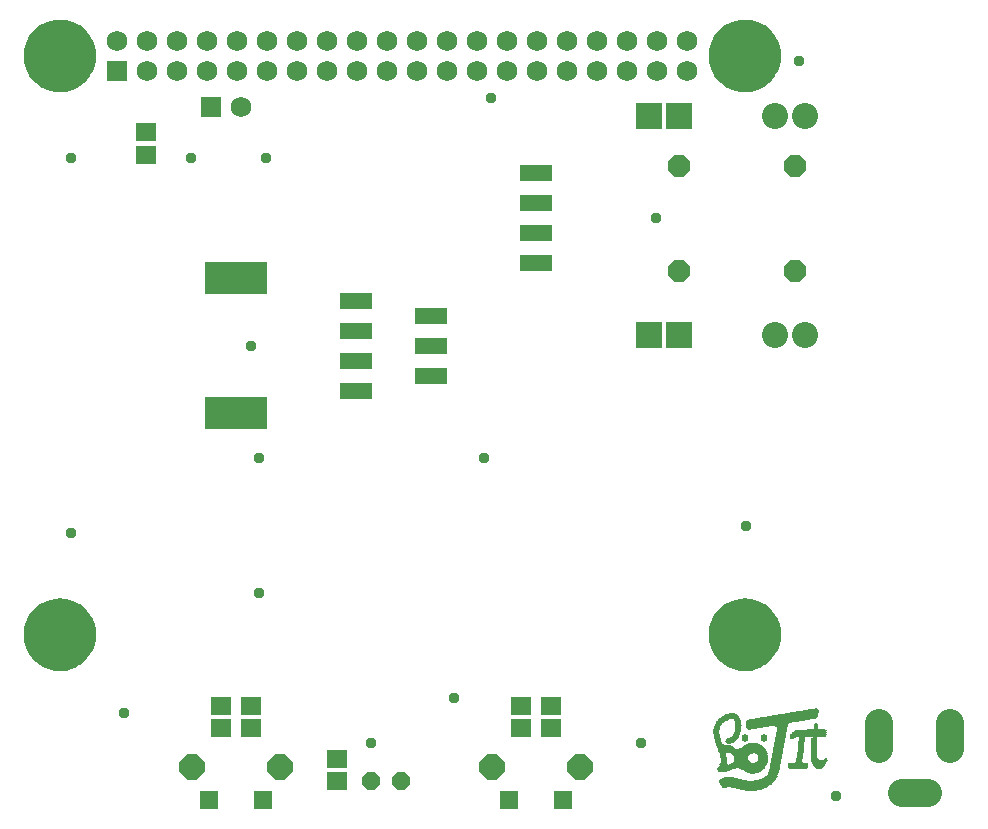
<source format=gbr>
G04 EAGLE Gerber RS-274X export*
G75*
%MOMM*%
%FSLAX34Y34*%
%LPD*%
%INSoldermask Top*%
%IPPOS*%
%AMOC8*
5,1,8,0,0,1.08239X$1,22.5*%
G01*
%ADD10C,2.953200*%
%ADD11R,1.727200X1.727200*%
%ADD12C,1.727200*%
%ADD13R,1.611200X1.611200*%
%ADD14P,2.330602X8X22.500000*%
%ADD15R,1.703200X1.503200*%
%ADD16C,2.387600*%
%ADD17P,1.649562X8X202.500000*%
%ADD18R,1.803200X1.503200*%
%ADD19C,2.203200*%
%ADD20R,2.203200X2.203200*%
%ADD21R,5.283200X2.743200*%
%ADD22R,2.743200X1.473200*%
%ADD23R,0.558800X0.012700*%
%ADD24R,0.800100X0.012700*%
%ADD25R,1.016000X0.012700*%
%ADD26R,1.168400X0.012700*%
%ADD27R,1.282700X0.012700*%
%ADD28R,1.435100X0.012700*%
%ADD29R,1.574800X0.012700*%
%ADD30R,1.676400X0.012700*%
%ADD31R,1.778000X0.012700*%
%ADD32R,1.866900X0.012700*%
%ADD33R,1.968500X0.012700*%
%ADD34R,2.057400X0.012700*%
%ADD35R,2.146300X0.012700*%
%ADD36R,2.222500X0.012700*%
%ADD37R,2.336800X0.012700*%
%ADD38R,2.400300X0.012700*%
%ADD39R,2.501900X0.012700*%
%ADD40R,0.025400X0.012700*%
%ADD41R,2.565400X0.012700*%
%ADD42R,0.139700X0.012700*%
%ADD43R,2.628900X0.012700*%
%ADD44R,0.215900X0.012700*%
%ADD45R,2.730500X0.012700*%
%ADD46R,0.254000X0.012700*%
%ADD47R,2.819400X0.012700*%
%ADD48R,0.304800X0.012700*%
%ADD49R,2.895600X0.012700*%
%ADD50R,0.355600X0.012700*%
%ADD51R,3.022600X0.012700*%
%ADD52R,0.444500X0.012700*%
%ADD53R,0.012700X0.012700*%
%ADD54R,3.124200X0.012700*%
%ADD55R,3.810000X0.012700*%
%ADD56R,3.848100X0.012700*%
%ADD57R,3.886200X0.012700*%
%ADD58R,3.924300X0.012700*%
%ADD59R,3.937000X0.012700*%
%ADD60R,3.975100X0.012700*%
%ADD61R,4.000500X0.012700*%
%ADD62R,4.025900X0.012700*%
%ADD63R,4.064000X0.012700*%
%ADD64R,4.089400X0.012700*%
%ADD65R,4.114800X0.012700*%
%ADD66R,4.140200X0.012700*%
%ADD67R,4.165600X0.012700*%
%ADD68R,4.203700X0.012700*%
%ADD69R,4.216400X0.012700*%
%ADD70R,4.254500X0.012700*%
%ADD71R,4.279900X0.012700*%
%ADD72R,4.305300X0.012700*%
%ADD73R,4.330700X0.012700*%
%ADD74R,4.356100X0.012700*%
%ADD75R,4.368800X0.012700*%
%ADD76R,4.394200X0.012700*%
%ADD77R,4.419600X0.012700*%
%ADD78R,4.432300X0.012700*%
%ADD79R,4.457700X0.012700*%
%ADD80R,4.470400X0.012700*%
%ADD81R,4.495800X0.012700*%
%ADD82R,4.508500X0.012700*%
%ADD83R,4.533900X0.012700*%
%ADD84R,4.559300X0.012700*%
%ADD85R,4.572000X0.012700*%
%ADD86R,4.584700X0.012700*%
%ADD87R,4.597400X0.012700*%
%ADD88R,4.610100X0.012700*%
%ADD89R,4.622800X0.012700*%
%ADD90R,4.635500X0.012700*%
%ADD91R,2.362200X0.012700*%
%ADD92R,1.739900X0.012700*%
%ADD93R,2.235200X0.012700*%
%ADD94R,1.638300X0.012700*%
%ADD95R,2.159000X0.012700*%
%ADD96R,1.562100X0.012700*%
%ADD97R,2.082800X0.012700*%
%ADD98R,1.498600X0.012700*%
%ADD99R,2.019300X0.012700*%
%ADD100R,1.473200X0.012700*%
%ADD101R,1.943100X0.012700*%
%ADD102R,1.409700X0.012700*%
%ADD103R,1.879600X0.012700*%
%ADD104R,1.384300X0.012700*%
%ADD105R,1.816100X0.012700*%
%ADD106R,1.346200X0.012700*%
%ADD107R,1.752600X0.012700*%
%ADD108R,1.320800X0.012700*%
%ADD109R,1.689100X0.012700*%
%ADD110R,1.270000X0.012700*%
%ADD111R,1.625600X0.012700*%
%ADD112R,1.257300X0.012700*%
%ADD113R,1.536700X0.012700*%
%ADD114R,1.231900X0.012700*%
%ADD115R,1.460500X0.012700*%
%ADD116R,1.206500X0.012700*%
%ADD117R,1.371600X0.012700*%
%ADD118R,1.181100X0.012700*%
%ADD119R,1.308100X0.012700*%
%ADD120R,1.219200X0.012700*%
%ADD121R,1.130300X0.012700*%
%ADD122R,1.054100X0.012700*%
%ADD123R,1.092200X0.012700*%
%ADD124R,0.965200X0.012700*%
%ADD125R,0.850900X0.012700*%
%ADD126R,1.066800X0.012700*%
%ADD127R,0.774700X0.012700*%
%ADD128R,0.635000X0.012700*%
%ADD129R,1.028700X0.012700*%
%ADD130R,0.457200X0.012700*%
%ADD131R,0.228600X0.012700*%
%ADD132R,1.003300X0.012700*%
%ADD133R,0.990600X0.012700*%
%ADD134R,0.952500X0.012700*%
%ADD135R,0.939800X0.012700*%
%ADD136R,0.927100X0.012700*%
%ADD137R,0.914400X0.012700*%
%ADD138R,0.901700X0.012700*%
%ADD139R,0.889000X0.012700*%
%ADD140R,0.876300X0.012700*%
%ADD141R,0.863600X0.012700*%
%ADD142R,0.838200X0.012700*%
%ADD143R,0.825500X0.012700*%
%ADD144R,0.469900X0.012700*%
%ADD145R,0.584200X0.012700*%
%ADD146R,0.685800X0.012700*%
%ADD147R,0.749300X0.012700*%
%ADD148R,0.812800X0.012700*%
%ADD149R,0.419100X0.012700*%
%ADD150R,0.520700X0.012700*%
%ADD151R,0.596900X0.012700*%
%ADD152R,1.244600X0.012700*%
%ADD153R,0.660400X0.012700*%
%ADD154R,1.295400X0.012700*%
%ADD155R,0.711200X0.012700*%
%ADD156R,1.524000X0.012700*%
%ADD157R,0.977900X0.012700*%
%ADD158R,1.549400X0.012700*%
%ADD159R,1.587500X0.012700*%
%ADD160R,0.787400X0.012700*%
%ADD161R,1.079500X0.012700*%
%ADD162R,1.714500X0.012700*%
%ADD163R,1.155700X0.012700*%
%ADD164R,1.193800X0.012700*%
%ADD165R,1.790700X0.012700*%
%ADD166R,1.854200X0.012700*%
%ADD167R,1.892300X0.012700*%
%ADD168R,1.930400X0.012700*%
%ADD169R,0.177800X0.012700*%
%ADD170R,2.006600X0.012700*%
%ADD171R,0.266700X0.012700*%
%ADD172R,2.044700X0.012700*%
%ADD173R,1.511300X0.012700*%
%ADD174R,0.342900X0.012700*%
%ADD175R,1.447800X0.012700*%
%ADD176R,0.406400X0.012700*%
%ADD177R,2.120900X0.012700*%
%ADD178R,2.171700X0.012700*%
%ADD179R,1.600200X0.012700*%
%ADD180R,0.495300X0.012700*%
%ADD181R,2.260600X0.012700*%
%ADD182R,1.651000X0.012700*%
%ADD183R,0.571500X0.012700*%
%ADD184R,1.663700X0.012700*%
%ADD185R,0.609600X0.012700*%
%ADD186R,0.647700X0.012700*%
%ADD187R,0.673100X0.012700*%
%ADD188R,0.698500X0.012700*%
%ADD189R,3.949700X0.012700*%
%ADD190R,0.723900X0.012700*%
%ADD191R,1.727200X0.012700*%
%ADD192R,3.962400X0.012700*%
%ADD193R,3.162300X0.012700*%
%ADD194R,3.098800X0.012700*%
%ADD195R,3.060700X0.012700*%
%ADD196R,3.035300X0.012700*%
%ADD197R,3.009900X0.012700*%
%ADD198R,2.997200X0.012700*%
%ADD199R,1.701800X0.012700*%
%ADD200R,2.971800X0.012700*%
%ADD201R,1.117600X0.012700*%
%ADD202R,2.959100X0.012700*%
%ADD203R,1.143000X0.012700*%
%ADD204R,2.946400X0.012700*%
%ADD205R,2.921000X0.012700*%
%ADD206R,1.041400X0.012700*%
%ADD207R,1.422400X0.012700*%
%ADD208R,1.397000X0.012700*%
%ADD209R,0.622300X0.012700*%
%ADD210R,1.358900X0.012700*%
%ADD211R,1.333500X0.012700*%
%ADD212R,0.546100X0.012700*%
%ADD213R,0.533400X0.012700*%
%ADD214R,0.393700X0.012700*%
%ADD215R,0.368300X0.012700*%
%ADD216R,0.317500X0.012700*%
%ADD217R,0.508000X0.012700*%
%ADD218R,0.279400X0.012700*%
%ADD219R,0.241300X0.012700*%
%ADD220R,0.203200X0.012700*%
%ADD221R,0.190500X0.012700*%
%ADD222R,0.165100X0.012700*%
%ADD223R,0.482600X0.012700*%
%ADD224R,0.101600X0.012700*%
%ADD225R,0.431800X0.012700*%
%ADD226R,1.485900X0.012700*%
%ADD227R,3.111500X0.012700*%
%ADD228R,4.038600X0.012700*%
%ADD229R,4.013200X0.012700*%
%ADD230R,2.387600X0.012700*%
%ADD231R,2.273300X0.012700*%
%ADD232R,2.184400X0.012700*%
%ADD233R,2.108200X0.012700*%
%ADD234R,2.070100X0.012700*%
%ADD235R,1.981200X0.012700*%
%ADD236R,1.917700X0.012700*%
%ADD237R,1.841500X0.012700*%
%ADD238R,0.736600X0.012700*%
%ADD239R,0.330200X0.012700*%
%ADD240R,0.038100X0.012700*%
%ADD241R,0.762000X0.012700*%
%ADD242R,0.381000X0.012700*%
%ADD243R,0.088900X0.012700*%
%ADD244R,0.152400X0.012700*%
%ADD245R,2.298700X0.012700*%
%ADD246R,2.933700X0.012700*%
%ADD247R,2.984500X0.012700*%
%ADD248R,2.908300X0.012700*%
%ADD249R,2.882900X0.012700*%
%ADD250R,2.870200X0.012700*%
%ADD251R,2.857500X0.012700*%
%ADD252R,2.844800X0.012700*%
%ADD253R,2.832100X0.012700*%
%ADD254R,2.806700X0.012700*%
%ADD255R,2.794000X0.012700*%
%ADD256R,2.781300X0.012700*%
%ADD257R,2.768600X0.012700*%
%ADD258R,2.717800X0.012700*%
%ADD259R,2.692400X0.012700*%
%ADD260R,2.667000X0.012700*%
%ADD261R,2.590800X0.012700*%
%ADD262R,2.514600X0.012700*%
%ADD263R,2.476500X0.012700*%
%ADD264R,2.425700X0.012700*%
%ADD265R,2.133600X0.012700*%
%ADD266R,2.209800X0.012700*%
%ADD267R,3.467100X0.012700*%
%ADD268R,3.479800X0.012700*%
%ADD269R,3.492500X0.012700*%
%ADD270R,0.292100X0.012700*%
%ADD271R,3.505200X0.012700*%
%ADD272R,3.517900X0.012700*%
%ADD273R,3.530600X0.012700*%
%ADD274R,3.543300X0.012700*%
%ADD275R,3.568700X0.012700*%
%ADD276R,3.581400X0.012700*%
%ADD277R,3.594100X0.012700*%
%ADD278R,3.606800X0.012700*%
%ADD279R,3.632200X0.012700*%
%ADD280R,3.644900X0.012700*%
%ADD281R,3.670300X0.012700*%
%ADD282R,3.721100X0.012700*%
%ADD283R,3.746500X0.012700*%
%ADD284R,3.835400X0.012700*%
%ADD285R,3.911600X0.012700*%
%ADD286R,3.987800X0.012700*%
%ADD287R,4.102100X0.012700*%
%ADD288R,4.191000X0.012700*%
%ADD289R,4.648200X0.012700*%
%ADD290R,4.711700X0.012700*%
%ADD291R,4.762500X0.012700*%
%ADD292R,4.800600X0.012700*%
%ADD293R,4.813300X0.012700*%
%ADD294R,4.787900X0.012700*%
%ADD295R,4.826000X0.012700*%
%ADD296R,1.612900X0.012700*%
%ADD297R,4.699000X0.012700*%
%ADD298R,4.445000X0.012700*%
%ADD299R,4.241800X0.012700*%
%ADD300R,3.873500X0.012700*%
%ADD301R,3.822700X0.012700*%
%ADD302R,3.733800X0.012700*%
%ADD303R,3.454400X0.012700*%
%ADD304R,3.378200X0.012700*%
%ADD305R,3.302000X0.012700*%
%ADD306R,3.225800X0.012700*%
%ADD307R,3.136900X0.012700*%
%ADD308R,2.654300X0.012700*%
%ADD309R,2.489200X0.012700*%
%ADD310R,2.413000X0.012700*%
%ADD311R,2.197100X0.012700*%
%ADD312R,1.905000X0.012700*%
%ADD313R,1.828800X0.012700*%
%ADD314R,0.050800X0.012700*%
%ADD315P,1.951982X8X22.500000*%
%ADD316C,0.959600*%

G36*
X39324Y144246D02*
X39324Y144246D01*
X39356Y144254D01*
X39431Y144262D01*
X43614Y145171D01*
X43644Y145183D01*
X43718Y145202D01*
X47728Y146698D01*
X47757Y146714D01*
X47827Y146743D01*
X51584Y148794D01*
X51610Y148814D01*
X51675Y148853D01*
X55102Y151418D01*
X55125Y151442D01*
X55184Y151489D01*
X58211Y154516D01*
X58230Y154542D01*
X58282Y154598D01*
X60847Y158025D01*
X60862Y158054D01*
X60906Y158116D01*
X62957Y161873D01*
X62968Y161904D01*
X63002Y161972D01*
X64498Y165982D01*
X64504Y166014D01*
X64529Y166086D01*
X65439Y170269D01*
X65440Y170301D01*
X65454Y170376D01*
X65759Y174646D01*
X65756Y174678D01*
X65759Y174754D01*
X65454Y179024D01*
X65446Y179056D01*
X65439Y179131D01*
X64529Y183314D01*
X64517Y183344D01*
X64498Y183418D01*
X63002Y187428D01*
X62986Y187457D01*
X62957Y187527D01*
X60906Y191284D01*
X60886Y191310D01*
X60847Y191375D01*
X58282Y194802D01*
X58258Y194825D01*
X58211Y194884D01*
X55184Y197911D01*
X55158Y197930D01*
X55102Y197982D01*
X51675Y200547D01*
X51647Y200562D01*
X51584Y200606D01*
X47827Y202657D01*
X47796Y202668D01*
X47728Y202702D01*
X43718Y204198D01*
X43686Y204204D01*
X43614Y204229D01*
X40894Y204820D01*
X39431Y205139D01*
X39399Y205140D01*
X39324Y205154D01*
X35054Y205459D01*
X35022Y205456D01*
X34946Y205459D01*
X30676Y205154D01*
X30644Y205146D01*
X30569Y205139D01*
X26386Y204229D01*
X26356Y204217D01*
X26282Y204198D01*
X22272Y202702D01*
X22243Y202686D01*
X22173Y202657D01*
X18416Y200606D01*
X18390Y200586D01*
X18325Y200547D01*
X14898Y197982D01*
X14875Y197958D01*
X14816Y197911D01*
X11789Y194884D01*
X11770Y194858D01*
X11718Y194802D01*
X9153Y191375D01*
X9138Y191347D01*
X9094Y191284D01*
X7043Y187527D01*
X7032Y187496D01*
X6998Y187428D01*
X5502Y183418D01*
X5496Y183386D01*
X5471Y183314D01*
X4562Y179131D01*
X4560Y179099D01*
X4546Y179024D01*
X4241Y174754D01*
X4244Y174722D01*
X4241Y174646D01*
X4546Y170376D01*
X4554Y170344D01*
X4562Y170269D01*
X5471Y166086D01*
X5483Y166056D01*
X5502Y165982D01*
X6998Y161972D01*
X7014Y161943D01*
X7018Y161934D01*
X7019Y161929D01*
X7022Y161923D01*
X7043Y161873D01*
X9094Y158116D01*
X9114Y158090D01*
X9153Y158025D01*
X11718Y154598D01*
X11742Y154575D01*
X11789Y154516D01*
X14816Y151489D01*
X14842Y151470D01*
X14898Y151418D01*
X18325Y148853D01*
X18354Y148838D01*
X18416Y148794D01*
X22173Y146743D01*
X22204Y146732D01*
X22272Y146698D01*
X26282Y145202D01*
X26314Y145196D01*
X26386Y145171D01*
X28468Y144718D01*
X30569Y144262D01*
X30601Y144260D01*
X30676Y144246D01*
X34946Y143941D01*
X34978Y143944D01*
X35054Y143941D01*
X39324Y144246D01*
G37*
G36*
X619324Y634246D02*
X619324Y634246D01*
X619356Y634254D01*
X619431Y634262D01*
X623614Y635171D01*
X623644Y635183D01*
X623718Y635202D01*
X627728Y636698D01*
X627757Y636714D01*
X627827Y636743D01*
X631584Y638794D01*
X631610Y638814D01*
X631675Y638853D01*
X635102Y641418D01*
X635125Y641442D01*
X635184Y641489D01*
X638211Y644516D01*
X638230Y644542D01*
X638282Y644598D01*
X640847Y648025D01*
X640862Y648054D01*
X640906Y648116D01*
X642957Y651873D01*
X642968Y651904D01*
X643002Y651972D01*
X644498Y655982D01*
X644504Y656014D01*
X644529Y656086D01*
X645439Y660269D01*
X645440Y660301D01*
X645454Y660376D01*
X645759Y664646D01*
X645756Y664678D01*
X645759Y664754D01*
X645454Y669024D01*
X645446Y669056D01*
X645439Y669131D01*
X644529Y673314D01*
X644517Y673344D01*
X644498Y673418D01*
X643002Y677428D01*
X642986Y677457D01*
X642957Y677527D01*
X640906Y681284D01*
X640886Y681310D01*
X640847Y681375D01*
X638282Y684802D01*
X638258Y684825D01*
X638211Y684884D01*
X635184Y687911D01*
X635158Y687930D01*
X635102Y687982D01*
X631675Y690547D01*
X631647Y690562D01*
X631584Y690606D01*
X627827Y692657D01*
X627796Y692668D01*
X627728Y692702D01*
X623718Y694198D01*
X623686Y694204D01*
X623614Y694229D01*
X620894Y694820D01*
X619431Y695139D01*
X619399Y695140D01*
X619324Y695154D01*
X615054Y695459D01*
X615022Y695456D01*
X614946Y695459D01*
X610676Y695154D01*
X610644Y695146D01*
X610569Y695139D01*
X606386Y694229D01*
X606356Y694217D01*
X606282Y694198D01*
X602272Y692702D01*
X602243Y692686D01*
X602173Y692657D01*
X598416Y690606D01*
X598390Y690586D01*
X598325Y690547D01*
X594898Y687982D01*
X594875Y687958D01*
X594816Y687911D01*
X591789Y684884D01*
X591770Y684858D01*
X591718Y684802D01*
X589153Y681375D01*
X589138Y681347D01*
X589094Y681284D01*
X587043Y677527D01*
X587032Y677496D01*
X586998Y677428D01*
X585502Y673418D01*
X585496Y673386D01*
X585471Y673314D01*
X584562Y669131D01*
X584560Y669099D01*
X584546Y669024D01*
X584241Y664754D01*
X584244Y664722D01*
X584241Y664646D01*
X584546Y660376D01*
X584554Y660344D01*
X584562Y660269D01*
X585471Y656086D01*
X585483Y656056D01*
X585502Y655982D01*
X586998Y651972D01*
X587014Y651943D01*
X587018Y651934D01*
X587019Y651929D01*
X587022Y651923D01*
X587043Y651873D01*
X589094Y648116D01*
X589114Y648090D01*
X589153Y648025D01*
X591718Y644598D01*
X591742Y644575D01*
X591789Y644516D01*
X594816Y641489D01*
X594842Y641470D01*
X594898Y641418D01*
X598325Y638853D01*
X598354Y638838D01*
X598416Y638794D01*
X602173Y636743D01*
X602204Y636732D01*
X602272Y636698D01*
X606282Y635202D01*
X606314Y635196D01*
X606386Y635171D01*
X608468Y634719D01*
X608468Y634718D01*
X610569Y634262D01*
X610601Y634260D01*
X610676Y634246D01*
X614946Y633941D01*
X614978Y633944D01*
X615054Y633941D01*
X619324Y634246D01*
G37*
G36*
X39324Y634246D02*
X39324Y634246D01*
X39356Y634254D01*
X39431Y634262D01*
X43614Y635171D01*
X43644Y635183D01*
X43718Y635202D01*
X47728Y636698D01*
X47757Y636714D01*
X47827Y636743D01*
X51584Y638794D01*
X51610Y638814D01*
X51675Y638853D01*
X55102Y641418D01*
X55125Y641442D01*
X55184Y641489D01*
X58211Y644516D01*
X58230Y644542D01*
X58282Y644598D01*
X60847Y648025D01*
X60862Y648054D01*
X60906Y648116D01*
X62957Y651873D01*
X62968Y651904D01*
X63002Y651972D01*
X64498Y655982D01*
X64504Y656014D01*
X64529Y656086D01*
X65439Y660269D01*
X65440Y660301D01*
X65454Y660376D01*
X65759Y664646D01*
X65756Y664678D01*
X65759Y664754D01*
X65454Y669024D01*
X65446Y669056D01*
X65439Y669131D01*
X64529Y673314D01*
X64517Y673344D01*
X64498Y673418D01*
X63002Y677428D01*
X62986Y677457D01*
X62957Y677527D01*
X60906Y681284D01*
X60886Y681310D01*
X60847Y681375D01*
X58282Y684802D01*
X58258Y684825D01*
X58211Y684884D01*
X55184Y687911D01*
X55158Y687930D01*
X55102Y687982D01*
X51675Y690547D01*
X51647Y690562D01*
X51584Y690606D01*
X47827Y692657D01*
X47796Y692668D01*
X47728Y692702D01*
X43718Y694198D01*
X43686Y694204D01*
X43614Y694229D01*
X40894Y694820D01*
X39431Y695139D01*
X39399Y695140D01*
X39324Y695154D01*
X35054Y695459D01*
X35022Y695456D01*
X34946Y695459D01*
X30676Y695154D01*
X30644Y695146D01*
X30569Y695139D01*
X26386Y694229D01*
X26356Y694217D01*
X26282Y694198D01*
X22272Y692702D01*
X22243Y692686D01*
X22173Y692657D01*
X18416Y690606D01*
X18390Y690586D01*
X18325Y690547D01*
X14898Y687982D01*
X14875Y687958D01*
X14816Y687911D01*
X11789Y684884D01*
X11770Y684858D01*
X11718Y684802D01*
X9153Y681375D01*
X9138Y681347D01*
X9094Y681284D01*
X7043Y677527D01*
X7032Y677496D01*
X6998Y677428D01*
X5502Y673418D01*
X5496Y673386D01*
X5471Y673314D01*
X4562Y669131D01*
X4560Y669099D01*
X4546Y669024D01*
X4241Y664754D01*
X4244Y664722D01*
X4241Y664646D01*
X4546Y660376D01*
X4554Y660344D01*
X4562Y660269D01*
X5471Y656086D01*
X5483Y656056D01*
X5502Y655982D01*
X6998Y651972D01*
X7014Y651943D01*
X7018Y651934D01*
X7019Y651929D01*
X7022Y651923D01*
X7043Y651873D01*
X9094Y648116D01*
X9114Y648090D01*
X9153Y648025D01*
X11718Y644598D01*
X11742Y644575D01*
X11789Y644516D01*
X14816Y641489D01*
X14842Y641470D01*
X14898Y641418D01*
X18325Y638853D01*
X18354Y638838D01*
X18416Y638794D01*
X22173Y636743D01*
X22204Y636732D01*
X22272Y636698D01*
X26282Y635202D01*
X26314Y635196D01*
X26386Y635171D01*
X28468Y634719D01*
X28468Y634718D01*
X30569Y634262D01*
X30601Y634260D01*
X30676Y634246D01*
X34946Y633941D01*
X34978Y633944D01*
X35054Y633941D01*
X39324Y634246D01*
G37*
G36*
X619324Y144246D02*
X619324Y144246D01*
X619356Y144254D01*
X619431Y144262D01*
X623614Y145171D01*
X623644Y145183D01*
X623718Y145202D01*
X627728Y146698D01*
X627757Y146714D01*
X627827Y146743D01*
X631584Y148794D01*
X631610Y148814D01*
X631675Y148853D01*
X635102Y151418D01*
X635125Y151442D01*
X635184Y151489D01*
X638211Y154516D01*
X638230Y154542D01*
X638282Y154598D01*
X640847Y158025D01*
X640862Y158054D01*
X640906Y158116D01*
X642957Y161873D01*
X642968Y161904D01*
X643002Y161972D01*
X644498Y165982D01*
X644504Y166014D01*
X644529Y166086D01*
X645439Y170269D01*
X645440Y170301D01*
X645454Y170376D01*
X645759Y174646D01*
X645756Y174678D01*
X645759Y174754D01*
X645454Y179024D01*
X645446Y179056D01*
X645439Y179131D01*
X644529Y183314D01*
X644517Y183344D01*
X644498Y183418D01*
X643002Y187428D01*
X642986Y187457D01*
X642957Y187527D01*
X640906Y191284D01*
X640886Y191310D01*
X640847Y191375D01*
X638282Y194802D01*
X638258Y194825D01*
X638211Y194884D01*
X635184Y197911D01*
X635158Y197930D01*
X635102Y197982D01*
X631675Y200547D01*
X631647Y200562D01*
X631584Y200606D01*
X627827Y202657D01*
X627796Y202668D01*
X627728Y202702D01*
X623718Y204198D01*
X623686Y204204D01*
X623614Y204229D01*
X620894Y204820D01*
X619431Y205139D01*
X619399Y205140D01*
X619324Y205154D01*
X615054Y205459D01*
X615022Y205456D01*
X614946Y205459D01*
X610676Y205154D01*
X610644Y205146D01*
X610569Y205139D01*
X606386Y204229D01*
X606356Y204217D01*
X606282Y204198D01*
X602272Y202702D01*
X602243Y202686D01*
X602173Y202657D01*
X598416Y200606D01*
X598390Y200586D01*
X598325Y200547D01*
X594898Y197982D01*
X594875Y197958D01*
X594816Y197911D01*
X591789Y194884D01*
X591770Y194858D01*
X591718Y194802D01*
X589153Y191375D01*
X589138Y191347D01*
X589094Y191284D01*
X587043Y187527D01*
X587032Y187496D01*
X586998Y187428D01*
X585502Y183418D01*
X585496Y183386D01*
X585471Y183314D01*
X584562Y179131D01*
X584560Y179099D01*
X584546Y179024D01*
X584241Y174754D01*
X584244Y174722D01*
X584241Y174646D01*
X584546Y170376D01*
X584554Y170344D01*
X584562Y170269D01*
X585471Y166086D01*
X585483Y166056D01*
X585502Y165982D01*
X586998Y161972D01*
X587014Y161943D01*
X587018Y161934D01*
X587019Y161929D01*
X587022Y161923D01*
X587043Y161873D01*
X589094Y158116D01*
X589114Y158090D01*
X589153Y158025D01*
X591718Y154598D01*
X591742Y154575D01*
X591789Y154516D01*
X594816Y151489D01*
X594842Y151470D01*
X594898Y151418D01*
X598325Y148853D01*
X598354Y148838D01*
X598416Y148794D01*
X602173Y146743D01*
X602204Y146732D01*
X602272Y146698D01*
X606282Y145202D01*
X606314Y145196D01*
X606386Y145171D01*
X608468Y144719D01*
X608468Y144718D01*
X610569Y144262D01*
X610601Y144260D01*
X610676Y144246D01*
X614946Y143941D01*
X614978Y143944D01*
X615054Y143941D01*
X619324Y144246D01*
G37*
D10*
X35000Y174700D03*
X615000Y174700D03*
X35000Y664700D03*
X615000Y664700D03*
D11*
X83700Y652000D03*
D12*
X83566Y677418D03*
X108966Y652018D03*
X108966Y677418D03*
X134366Y652018D03*
X134366Y677418D03*
X159766Y652018D03*
X159766Y677418D03*
X185166Y652018D03*
X185166Y677418D03*
X210566Y652018D03*
X210566Y677418D03*
X235966Y652018D03*
X235966Y677418D03*
X261366Y652018D03*
X261366Y677418D03*
X286766Y652018D03*
X286766Y677418D03*
X312166Y652018D03*
X312166Y677418D03*
X337566Y652018D03*
X337566Y677418D03*
X362966Y652018D03*
X362966Y677418D03*
X388366Y652018D03*
X388366Y677418D03*
X413766Y652018D03*
X413766Y677418D03*
X439166Y652018D03*
X439166Y677418D03*
X464566Y652018D03*
X464566Y677418D03*
X489966Y652018D03*
X489966Y677418D03*
X515366Y652018D03*
X515366Y677418D03*
X540766Y652018D03*
X540766Y677418D03*
X566166Y652018D03*
X566166Y677418D03*
D13*
X415650Y34925D03*
X460650Y34925D03*
D14*
X475650Y62425D03*
X400650Y62425D03*
D13*
X161650Y34925D03*
X206650Y34925D03*
D14*
X221650Y62425D03*
X146650Y62425D03*
D11*
X162550Y621250D03*
D12*
X187950Y621250D03*
D15*
X269875Y69825D03*
X269875Y50825D03*
X171450Y114275D03*
X171450Y95275D03*
X425450Y114275D03*
X425450Y95275D03*
X196850Y95275D03*
X196850Y114275D03*
X450850Y95275D03*
X450850Y114275D03*
D16*
X747903Y40900D02*
X769747Y40900D01*
X788825Y77978D02*
X788825Y99822D01*
X728825Y99822D02*
X728825Y77978D01*
D17*
X323850Y50800D03*
X298450Y50800D03*
D18*
X107950Y600550D03*
X107950Y580550D03*
D19*
X666115Y427990D03*
D20*
X534035Y427990D03*
D19*
X666115Y613410D03*
X640715Y427990D03*
X640715Y613410D03*
D20*
X559435Y427990D03*
X534035Y613410D03*
X559435Y613410D03*
D21*
X184150Y361950D03*
X184150Y476250D03*
D22*
X285750Y381000D03*
X285750Y406400D03*
X285750Y431800D03*
X285750Y457200D03*
X349250Y393700D03*
X349250Y419100D03*
X349250Y444500D03*
X438150Y488950D03*
X438150Y514350D03*
X438150Y539750D03*
X438150Y565150D03*
D23*
X619951Y42418D03*
D24*
X620014Y42545D03*
D25*
X620078Y42672D03*
D26*
X619951Y42799D03*
D27*
X620014Y42926D03*
D28*
X620014Y43053D03*
D29*
X619824Y43180D03*
D30*
X619824Y43307D03*
D31*
X619824Y43434D03*
D32*
X619760Y43561D03*
D33*
X619760Y43688D03*
D34*
X619697Y43815D03*
D35*
X619633Y43942D03*
D36*
X619506Y44069D03*
D37*
X619443Y44196D03*
D38*
X619379Y44323D03*
D39*
X619252Y44450D03*
D40*
X597472Y44577D03*
D41*
X619189Y44577D03*
D42*
X597535Y44704D03*
D43*
X619125Y44704D03*
D44*
X597535Y44831D03*
D45*
X618998Y44831D03*
D46*
X597599Y44958D03*
D47*
X618808Y44958D03*
D48*
X597726Y45085D03*
D49*
X618681Y45085D03*
D50*
X597853Y45212D03*
D51*
X618554Y45212D03*
D52*
X598043Y45339D03*
D53*
X602361Y45339D03*
D54*
X618173Y45339D03*
D55*
X614871Y45466D03*
D56*
X614934Y45593D03*
D57*
X614998Y45720D03*
D58*
X615061Y45847D03*
D59*
X615125Y45974D03*
D60*
X615188Y46101D03*
D61*
X615188Y46228D03*
D62*
X615315Y46355D03*
D63*
X615379Y46482D03*
D64*
X615379Y46609D03*
D65*
X615506Y46736D03*
D66*
X615506Y46863D03*
D67*
X615506Y46990D03*
D68*
X615569Y47117D03*
D69*
X615633Y47244D03*
D70*
X615696Y47371D03*
D71*
X615696Y47498D03*
D72*
X615823Y47625D03*
D73*
X615823Y47752D03*
D74*
X615823Y47879D03*
D75*
X615887Y48006D03*
D76*
X615887Y48133D03*
D77*
X615887Y48260D03*
D78*
X615950Y48387D03*
D79*
X615950Y48514D03*
D80*
X616014Y48641D03*
D81*
X616014Y48768D03*
D82*
X616077Y48895D03*
D83*
X616077Y49022D03*
D84*
X616204Y49149D03*
X616204Y49276D03*
D85*
X616268Y49403D03*
D86*
X616331Y49530D03*
D87*
X616395Y49657D03*
D88*
X616458Y49784D03*
D89*
X616522Y49911D03*
D90*
X616585Y50038D03*
D89*
X616649Y50165D03*
D90*
X616712Y50292D03*
D91*
X605346Y50419D03*
D92*
X631317Y50419D03*
D93*
X604838Y50546D03*
D53*
X616204Y50546D03*
D94*
X631952Y50546D03*
D95*
X604457Y50673D03*
D96*
X632460Y50673D03*
D97*
X604076Y50800D03*
D98*
X632778Y50800D03*
D99*
X603885Y50927D03*
D100*
X633032Y50927D03*
D101*
X603504Y51054D03*
D102*
X633349Y51054D03*
D103*
X603314Y51181D03*
D104*
X633603Y51181D03*
D105*
X603123Y51308D03*
D106*
X633921Y51308D03*
D107*
X602933Y51435D03*
D108*
X634175Y51435D03*
D109*
X602742Y51562D03*
D110*
X634429Y51562D03*
D111*
X602552Y51689D03*
D112*
X634619Y51689D03*
D113*
X602488Y51816D03*
D114*
X634873Y51816D03*
D115*
X602361Y51943D03*
D116*
X635000Y51943D03*
D117*
X602298Y52070D03*
D118*
X635254Y52070D03*
D119*
X602107Y52197D03*
D26*
X635445Y52197D03*
D120*
X602044Y52324D03*
D121*
X635635Y52324D03*
X601853Y52451D03*
X635762Y52451D03*
D122*
X601853Y52578D03*
D123*
X635953Y52578D03*
D124*
X601790Y52705D03*
D123*
X636080Y52705D03*
D125*
X601726Y52832D03*
D126*
X636207Y52832D03*
D127*
X601599Y52959D03*
D122*
X636397Y52959D03*
D128*
X601536Y53086D03*
D129*
X636524Y53086D03*
D130*
X601536Y53213D03*
D129*
X636651Y53213D03*
D40*
X599885Y53340D03*
D131*
X601282Y53340D03*
D25*
X636715Y53340D03*
D132*
X636905Y53467D03*
D133*
X636969Y53594D03*
X637096Y53721D03*
D124*
X637223Y53848D03*
X637350Y53975D03*
D134*
X637413Y54102D03*
D135*
X637604Y54229D03*
D136*
X637667Y54356D03*
D137*
X637731Y54483D03*
X637858Y54610D03*
D138*
X637921Y54737D03*
X638048Y54864D03*
D139*
X638112Y54991D03*
X638239Y55118D03*
D140*
X638302Y55245D03*
D141*
X638366Y55372D03*
X638493Y55499D03*
D125*
X638556Y55626D03*
D141*
X638620Y55753D03*
D125*
X638683Y55880D03*
X638683Y56007D03*
D142*
X638747Y56134D03*
X638874Y56261D03*
X638874Y56388D03*
D143*
X638937Y56515D03*
D142*
X639001Y56642D03*
X639001Y56769D03*
D143*
X639064Y56896D03*
D53*
X620395Y57023D03*
D48*
X622110Y57023D03*
D142*
X639128Y57023D03*
D144*
X622046Y57150D03*
D142*
X639128Y57150D03*
D145*
X621983Y57277D03*
D143*
X639191Y57277D03*
D146*
X621983Y57404D03*
D142*
X639255Y57404D03*
D147*
X622046Y57531D03*
D143*
X639318Y57531D03*
D142*
X621983Y57658D03*
D143*
X639318Y57658D03*
D137*
X621983Y57785D03*
D148*
X639382Y57785D03*
D124*
X621983Y57912D03*
D148*
X639382Y57912D03*
D25*
X621983Y58039D03*
D148*
X639509Y58039D03*
D48*
X595059Y58166D03*
D123*
X621983Y58166D03*
D148*
X639509Y58166D03*
D149*
X595376Y58293D03*
D121*
X621919Y58293D03*
D148*
X639509Y58293D03*
D150*
X595630Y58420D03*
D118*
X621919Y58420D03*
D148*
X639636Y58420D03*
D151*
X595757Y58547D03*
D152*
X621856Y58547D03*
D148*
X639636Y58547D03*
D153*
X595948Y58674D03*
D154*
X621856Y58674D03*
D148*
X639636Y58674D03*
D155*
X596202Y58801D03*
D106*
X621856Y58801D03*
D24*
X639699Y58801D03*
D127*
X596392Y58928D03*
D104*
X621792Y58928D03*
D24*
X639699Y58928D03*
D143*
X596519Y59055D03*
D28*
X621792Y59055D03*
D24*
X639699Y59055D03*
D140*
X596646Y59182D03*
D100*
X621729Y59182D03*
D148*
X639763Y59182D03*
D136*
X596900Y59309D03*
D156*
X621729Y59309D03*
D24*
X639826Y59309D03*
D157*
X597027Y59436D03*
D158*
X621729Y59436D03*
D24*
X639826Y59436D03*
D25*
X597218Y59563D03*
D159*
X621665Y59563D03*
D148*
X639890Y59563D03*
D122*
X597408Y59690D03*
D94*
X621665Y59690D03*
D160*
X639890Y59690D03*
D161*
X597535Y59817D03*
D30*
X621602Y59817D03*
D24*
X639953Y59817D03*
D121*
X597662Y59944D03*
D162*
X621538Y59944D03*
D24*
X639953Y59944D03*
D163*
X597789Y60071D03*
D107*
X621475Y60071D03*
D24*
X639953Y60071D03*
D164*
X597980Y60198D03*
D165*
X621411Y60198D03*
D160*
X640017Y60198D03*
D120*
X598107Y60325D03*
D105*
X621411Y60325D03*
D24*
X640080Y60325D03*
D112*
X598297Y60452D03*
D166*
X621348Y60452D03*
D24*
X640080Y60452D03*
D154*
X598488Y60579D03*
D167*
X621284Y60579D03*
D24*
X640080Y60579D03*
D108*
X598615Y60706D03*
D168*
X621221Y60706D03*
D160*
X640144Y60706D03*
D106*
X598869Y60833D03*
D33*
X621157Y60833D03*
D160*
X640144Y60833D03*
D102*
X660273Y60833D03*
D169*
X677609Y60833D03*
D117*
X598996Y60960D03*
D170*
X621094Y60960D03*
D24*
X640207Y60960D03*
D115*
X660273Y60960D03*
D171*
X677672Y60960D03*
D102*
X599186Y61087D03*
D172*
X621030Y61087D03*
D160*
X640144Y61087D03*
D173*
X660273Y61087D03*
D174*
X677545Y61087D03*
D175*
X599377Y61214D03*
D97*
X620967Y61214D03*
D160*
X640271Y61214D03*
D113*
X660273Y61214D03*
D176*
X677609Y61214D03*
D100*
X599631Y61341D03*
D177*
X620903Y61341D03*
D160*
X640271Y61341D03*
D29*
X660210Y61341D03*
D130*
X677609Y61341D03*
D156*
X599885Y61468D03*
D178*
X620776Y61468D03*
D160*
X640271Y61468D03*
D179*
X660210Y61468D03*
D180*
X677545Y61468D03*
D96*
X600202Y61595D03*
D40*
X608267Y61595D03*
D181*
X620332Y61595D03*
D160*
X640271Y61595D03*
D111*
X660210Y61595D03*
D150*
X677545Y61595D03*
D58*
X612140Y61722D03*
D160*
X640271Y61722D03*
D182*
X660210Y61722D03*
D183*
X677545Y61722D03*
D59*
X612204Y61849D03*
D24*
X640334Y61849D03*
D184*
X660273Y61849D03*
D185*
X677609Y61849D03*
D59*
X612331Y61976D03*
D160*
X640398Y61976D03*
D30*
X660210Y61976D03*
D186*
X677545Y61976D03*
D59*
X612331Y62103D03*
D160*
X640398Y62103D03*
D30*
X660210Y62103D03*
D187*
X677545Y62103D03*
D59*
X612458Y62230D03*
D160*
X640398Y62230D03*
D109*
X660273Y62230D03*
D188*
X677545Y62230D03*
D189*
X612521Y62357D03*
D24*
X640461Y62357D03*
D109*
X660273Y62357D03*
D190*
X677545Y62357D03*
D189*
X612648Y62484D03*
D24*
X640461Y62484D03*
D162*
X660273Y62484D03*
D147*
X677545Y62484D03*
D59*
X612712Y62611D03*
D160*
X640525Y62611D03*
D162*
X660273Y62611D03*
D127*
X677545Y62611D03*
D189*
X612775Y62738D03*
D160*
X640525Y62738D03*
D162*
X660273Y62738D03*
D24*
X677545Y62738D03*
D189*
X612775Y62865D03*
D24*
X640588Y62865D03*
D162*
X660273Y62865D03*
D143*
X677545Y62865D03*
D189*
X612902Y62992D03*
D24*
X640588Y62992D03*
D162*
X660273Y62992D03*
D125*
X677545Y62992D03*
D189*
X613029Y63119D03*
D24*
X640588Y63119D03*
D191*
X660210Y63119D03*
D140*
X677545Y63119D03*
D189*
X613029Y63246D03*
D160*
X640652Y63246D03*
D191*
X660210Y63246D03*
D138*
X677545Y63246D03*
D189*
X613156Y63373D03*
D160*
X640652Y63373D03*
D162*
X660273Y63373D03*
D137*
X677609Y63373D03*
D189*
X613156Y63500D03*
D24*
X640715Y63500D03*
D162*
X660273Y63500D03*
D135*
X677609Y63500D03*
D192*
X613220Y63627D03*
D24*
X640715Y63627D03*
D191*
X660210Y63627D03*
D124*
X677609Y63627D03*
D189*
X613283Y63754D03*
D24*
X640715Y63754D03*
D162*
X660273Y63754D03*
D157*
X677672Y63754D03*
D192*
X613347Y63881D03*
D24*
X640715Y63881D03*
D191*
X660210Y63881D03*
D132*
X677672Y63881D03*
D188*
X597154Y64008D03*
D193*
X617347Y64008D03*
D160*
X640779Y64008D03*
D191*
X660210Y64008D03*
D129*
X677672Y64008D03*
D128*
X596837Y64135D03*
D194*
X617792Y64135D03*
D160*
X640779Y64135D03*
D162*
X660273Y64135D03*
D129*
X677672Y64135D03*
D185*
X596837Y64262D03*
D195*
X617982Y64262D03*
D160*
X640779Y64262D03*
D162*
X660273Y64262D03*
D122*
X677672Y64262D03*
D151*
X596773Y64389D03*
D196*
X618236Y64389D03*
D24*
X640842Y64389D03*
D162*
X660273Y64389D03*
D126*
X677736Y64389D03*
D151*
X596773Y64516D03*
D197*
X618363Y64516D03*
D24*
X640842Y64516D03*
D162*
X660273Y64516D03*
D161*
X677672Y64516D03*
D145*
X596837Y64643D03*
D198*
X618554Y64643D03*
D160*
X640906Y64643D03*
D199*
X660210Y64643D03*
D123*
X677736Y64643D03*
D145*
X596837Y64770D03*
D200*
X618681Y64770D03*
D160*
X640906Y64770D03*
D109*
X660273Y64770D03*
D201*
X677736Y64770D03*
D145*
X596837Y64897D03*
D202*
X618744Y64897D03*
D160*
X640906Y64897D03*
D184*
X660273Y64897D03*
D201*
X677736Y64897D03*
D183*
X596900Y65024D03*
D202*
X618871Y65024D03*
D24*
X640969Y65024D03*
D184*
X660273Y65024D03*
D203*
X677736Y65024D03*
D183*
X596900Y65151D03*
D204*
X618935Y65151D03*
D24*
X640969Y65151D03*
D111*
X660210Y65151D03*
D163*
X677799Y65151D03*
D183*
X596900Y65278D03*
D205*
X619062Y65278D03*
D160*
X641033Y65278D03*
D29*
X660210Y65278D03*
D26*
X677736Y65278D03*
D183*
X596900Y65405D03*
D182*
X612839Y65405D03*
D161*
X628396Y65405D03*
D160*
X641033Y65405D03*
D141*
X660845Y65405D03*
D118*
X677799Y65405D03*
D145*
X596964Y65532D03*
D159*
X612648Y65532D03*
D206*
X628587Y65532D03*
D24*
X641096Y65532D03*
X660781Y65532D03*
D118*
X677799Y65532D03*
D145*
X596964Y65659D03*
D158*
X612585Y65659D03*
D25*
X628841Y65659D03*
D160*
X641033Y65659D03*
D147*
X660781Y65659D03*
D164*
X677863Y65659D03*
D183*
X597027Y65786D03*
D173*
X612521Y65786D03*
D133*
X628968Y65786D03*
D24*
X641096Y65786D03*
D155*
X660845Y65786D03*
D164*
X677863Y65786D03*
D183*
X597027Y65913D03*
D100*
X612458Y65913D03*
D157*
X629031Y65913D03*
D160*
X641160Y65913D03*
D146*
X660845Y65913D03*
D116*
X677799Y65913D03*
D183*
X597027Y66040D03*
D28*
X612394Y66040D03*
D134*
X629158Y66040D03*
D160*
X641160Y66040D03*
D153*
X660845Y66040D03*
D120*
X677863Y66040D03*
D183*
X597027Y66167D03*
D207*
X612331Y66167D03*
D135*
X629349Y66167D03*
D160*
X641160Y66167D03*
D128*
X660845Y66167D03*
D120*
X677863Y66167D03*
D183*
X597027Y66294D03*
D208*
X612331Y66294D03*
D135*
X629476Y66294D03*
D24*
X641223Y66294D03*
D209*
X660908Y66294D03*
D114*
X677926Y66294D03*
D23*
X597091Y66421D03*
D117*
X612331Y66421D03*
D136*
X629539Y66421D03*
D24*
X641223Y66421D03*
D185*
X660845Y66421D03*
D152*
X677863Y66421D03*
D23*
X597091Y66548D03*
D210*
X612267Y66548D03*
D137*
X629603Y66548D03*
D24*
X641223Y66548D03*
D145*
X660845Y66548D03*
D152*
X677863Y66548D03*
D23*
X597091Y66675D03*
D211*
X612267Y66675D03*
D138*
X629666Y66675D03*
D160*
X641287Y66675D03*
D145*
X660845Y66675D03*
D112*
X677926Y66675D03*
D23*
X597091Y66802D03*
D108*
X612204Y66802D03*
D139*
X629730Y66802D03*
D160*
X641287Y66802D03*
D23*
X660845Y66802D03*
D112*
X677926Y66802D03*
D23*
X597091Y66929D03*
D154*
X612204Y66929D03*
D140*
X629793Y66929D03*
D160*
X641287Y66929D03*
D23*
X660845Y66929D03*
D110*
X677990Y66929D03*
D23*
X597091Y67056D03*
D27*
X612140Y67056D03*
D139*
X629857Y67056D03*
D160*
X641287Y67056D03*
D23*
X660845Y67056D03*
D27*
X677926Y67056D03*
D183*
X597154Y67183D03*
D110*
X612204Y67183D03*
D140*
X629920Y67183D03*
D24*
X641350Y67183D03*
D212*
X660908Y67183D03*
D27*
X677926Y67183D03*
D183*
X597154Y67310D03*
D112*
X612140Y67310D03*
D141*
X629984Y67310D03*
D24*
X641350Y67310D03*
D213*
X660845Y67310D03*
D160*
X675450Y67310D03*
D40*
X680149Y67310D03*
D214*
X682371Y67310D03*
D183*
X597154Y67437D03*
D152*
X612077Y67437D03*
D141*
X629984Y67437D03*
D160*
X641414Y67437D03*
D213*
X660972Y67437D03*
D155*
X675069Y67437D03*
D215*
X682625Y67437D03*
D183*
X597154Y67564D03*
D114*
X612140Y67564D03*
D125*
X630047Y67564D03*
D160*
X641414Y67564D03*
D150*
X660908Y67564D03*
D187*
X674878Y67564D03*
D216*
X682879Y67564D03*
D183*
X597154Y67691D03*
D120*
X612077Y67691D03*
D141*
X630111Y67691D03*
D24*
X641477Y67691D03*
D213*
X660972Y67691D03*
D186*
X674751Y67691D03*
D48*
X682943Y67691D03*
D183*
X597154Y67818D03*
D120*
X612077Y67818D03*
D125*
X630174Y67818D03*
D24*
X641477Y67818D03*
D217*
X660972Y67818D03*
D209*
X674624Y67818D03*
D218*
X683070Y67818D03*
D183*
X597154Y67945D03*
D164*
X612077Y67945D03*
D125*
X630174Y67945D03*
D24*
X641477Y67945D03*
D217*
X660972Y67945D03*
D185*
X674561Y67945D03*
D171*
X683133Y67945D03*
D183*
X597154Y68072D03*
D164*
X612077Y68072D03*
D142*
X630238Y68072D03*
D160*
X641541Y68072D03*
D217*
X660972Y68072D03*
D185*
X674434Y68072D03*
D171*
X683260Y68072D03*
D183*
X597154Y68199D03*
D118*
X612013Y68199D03*
D142*
X630238Y68199D03*
D160*
X641541Y68199D03*
D150*
X661035Y68199D03*
D151*
X674370Y68199D03*
D46*
X683324Y68199D03*
D183*
X597154Y68326D03*
D118*
X612013Y68326D03*
D142*
X630238Y68326D03*
D24*
X641604Y68326D03*
D217*
X661099Y68326D03*
D145*
X674307Y68326D03*
D219*
X683387Y68326D03*
D183*
X597154Y68453D03*
D118*
X612013Y68453D03*
D143*
X630301Y68453D03*
D24*
X641604Y68453D03*
D217*
X661099Y68453D03*
D183*
X674243Y68453D03*
D44*
X683387Y68453D03*
D23*
X597091Y68580D03*
D163*
X612013Y68580D03*
D143*
X630301Y68580D03*
D24*
X641604Y68580D03*
D180*
X661162Y68580D03*
D23*
X674180Y68580D03*
D220*
X683451Y68580D03*
D23*
X597091Y68707D03*
D163*
X612013Y68707D03*
D143*
X630301Y68707D03*
D160*
X641668Y68707D03*
D180*
X661162Y68707D03*
D212*
X674116Y68707D03*
D221*
X683514Y68707D03*
D23*
X597091Y68834D03*
D163*
X612013Y68834D03*
D143*
X630428Y68834D03*
D160*
X641668Y68834D03*
D180*
X661162Y68834D03*
D212*
X674116Y68834D03*
D222*
X683641Y68834D03*
D23*
X597091Y68961D03*
D163*
X612013Y68961D03*
D143*
X630428Y68961D03*
D160*
X641668Y68961D03*
D223*
X661226Y68961D03*
D213*
X674053Y68961D03*
D42*
X683641Y68961D03*
D23*
X597091Y69088D03*
D163*
X612013Y69088D03*
D143*
X630428Y69088D03*
D24*
X641731Y69088D03*
D223*
X661226Y69088D03*
D213*
X674053Y69088D03*
D224*
X683832Y69088D03*
D23*
X597091Y69215D03*
D163*
X612013Y69215D03*
D143*
X630428Y69215D03*
D24*
X641731Y69215D03*
D223*
X661226Y69215D03*
D150*
X673989Y69215D03*
D183*
X597027Y69342D03*
D203*
X611950Y69342D03*
D143*
X630428Y69342D03*
D160*
X641795Y69342D03*
D223*
X661226Y69342D03*
D150*
X673989Y69342D03*
D183*
X597027Y69469D03*
D203*
X611950Y69469D03*
D143*
X630428Y69469D03*
D160*
X641795Y69469D03*
D144*
X661289Y69469D03*
D217*
X673926Y69469D03*
D183*
X597027Y69596D03*
D203*
X611950Y69596D03*
D143*
X630428Y69596D03*
D160*
X641795Y69596D03*
D144*
X661289Y69596D03*
D217*
X673926Y69596D03*
D183*
X597027Y69723D03*
D203*
X611950Y69723D03*
D143*
X630428Y69723D03*
D24*
X641858Y69723D03*
D144*
X661289Y69723D03*
D180*
X673862Y69723D03*
D183*
X597027Y69850D03*
D203*
X611950Y69850D03*
D143*
X630428Y69850D03*
D24*
X641858Y69850D03*
D144*
X661289Y69850D03*
D180*
X673862Y69850D03*
D183*
X597027Y69977D03*
D203*
X611950Y69977D03*
D143*
X630428Y69977D03*
D160*
X641922Y69977D03*
D130*
X661353Y69977D03*
D180*
X673862Y69977D03*
D183*
X597027Y70104D03*
D203*
X611950Y70104D03*
D143*
X630428Y70104D03*
D160*
X641922Y70104D03*
D130*
X661353Y70104D03*
D223*
X673799Y70104D03*
D23*
X596964Y70231D03*
D163*
X612013Y70231D03*
D143*
X630428Y70231D03*
D160*
X641922Y70231D03*
D130*
X661353Y70231D03*
D223*
X673799Y70231D03*
D23*
X596964Y70358D03*
D163*
X612013Y70358D03*
D143*
X630428Y70358D03*
D24*
X641985Y70358D03*
D130*
X661353Y70358D03*
D223*
X673799Y70358D03*
D183*
X596900Y70485D03*
D163*
X612013Y70485D03*
D143*
X630428Y70485D03*
D24*
X641985Y70485D03*
D52*
X661416Y70485D03*
D144*
X673735Y70485D03*
D23*
X596837Y70612D03*
D163*
X612013Y70612D03*
D143*
X630428Y70612D03*
D160*
X642049Y70612D03*
D52*
X661416Y70612D03*
D144*
X673735Y70612D03*
D23*
X596837Y70739D03*
D163*
X612013Y70739D03*
D143*
X630301Y70739D03*
D160*
X642049Y70739D03*
D52*
X661416Y70739D03*
D144*
X673735Y70739D03*
D23*
X596837Y70866D03*
D118*
X612013Y70866D03*
D142*
X630365Y70866D03*
D160*
X642049Y70866D03*
D52*
X661416Y70866D03*
D144*
X673735Y70866D03*
D23*
X596837Y70993D03*
D118*
X612013Y70993D03*
D142*
X630365Y70993D03*
D24*
X642112Y70993D03*
D52*
X661543Y70993D03*
D130*
X673672Y70993D03*
D212*
X596773Y71120D03*
D164*
X611950Y71120D03*
D142*
X630238Y71120D03*
D24*
X642112Y71120D03*
D52*
X661543Y71120D03*
D130*
X673672Y71120D03*
D212*
X596773Y71247D03*
D164*
X611950Y71247D03*
D142*
X630238Y71247D03*
D24*
X642112Y71247D03*
D52*
X661543Y71247D03*
D130*
X673672Y71247D03*
D23*
X596710Y71374D03*
D116*
X612013Y71374D03*
D142*
X630238Y71374D03*
D160*
X642176Y71374D03*
D52*
X661543Y71374D03*
D130*
X673672Y71374D03*
D23*
X596710Y71501D03*
D120*
X611950Y71501D03*
D125*
X630174Y71501D03*
D160*
X642176Y71501D03*
D52*
X661543Y71501D03*
X673608Y71501D03*
D212*
X596646Y71628D03*
D114*
X612013Y71628D03*
D142*
X630111Y71628D03*
D24*
X642239Y71628D03*
D225*
X661607Y71628D03*
D52*
X673608Y71628D03*
D212*
X596646Y71755D03*
D152*
X611950Y71755D03*
D141*
X630111Y71755D03*
D24*
X642239Y71755D03*
D225*
X661607Y71755D03*
D52*
X673608Y71755D03*
D212*
X596646Y71882D03*
D112*
X612013Y71882D03*
D125*
X630047Y71882D03*
D24*
X642239Y71882D03*
D225*
X661607Y71882D03*
D52*
X673608Y71882D03*
D23*
X596583Y72009D03*
D110*
X611950Y72009D03*
D141*
X629984Y72009D03*
D160*
X642303Y72009D03*
D225*
X661607Y72009D03*
D52*
X673608Y72009D03*
D23*
X596583Y72136D03*
D154*
X611950Y72136D03*
D141*
X629984Y72136D03*
D160*
X642303Y72136D03*
D52*
X661670Y72136D03*
X673608Y72136D03*
D212*
X596519Y72263D03*
D119*
X611886Y72263D03*
D140*
X629920Y72263D03*
D160*
X642303Y72263D03*
D52*
X661670Y72263D03*
X673608Y72263D03*
D212*
X596519Y72390D03*
D211*
X611886Y72390D03*
D139*
X629857Y72390D03*
D24*
X642366Y72390D03*
D52*
X661670Y72390D03*
X673608Y72390D03*
D23*
X596456Y72517D03*
D210*
X611886Y72517D03*
D140*
X629793Y72517D03*
D24*
X642366Y72517D03*
D52*
X661670Y72517D03*
X673608Y72517D03*
D23*
X596456Y72644D03*
D104*
X611886Y72644D03*
D139*
X629730Y72644D03*
D160*
X642430Y72644D03*
D52*
X661670Y72644D03*
X673608Y72644D03*
D23*
X596456Y72771D03*
D102*
X611886Y72771D03*
D138*
X629666Y72771D03*
D160*
X642430Y72771D03*
D225*
X661734Y72771D03*
X673545Y72771D03*
D212*
X596392Y72898D03*
D28*
X611886Y72898D03*
D137*
X629603Y72898D03*
D160*
X642430Y72898D03*
D52*
X661797Y72898D03*
D225*
X673545Y72898D03*
D23*
X596329Y73025D03*
D115*
X611886Y73025D03*
D137*
X629476Y73025D03*
D24*
X642493Y73025D03*
D225*
X661734Y73025D03*
X673545Y73025D03*
D23*
X596329Y73152D03*
D226*
X611886Y73152D03*
D136*
X629412Y73152D03*
D24*
X642493Y73152D03*
D52*
X661797Y73152D03*
D225*
X673545Y73152D03*
D23*
X596329Y73279D03*
D173*
X611886Y73279D03*
D134*
X629285Y73279D03*
D24*
X642493Y73279D03*
D52*
X661797Y73279D03*
D225*
X673545Y73279D03*
D23*
X596329Y73406D03*
D113*
X611886Y73406D03*
D124*
X629222Y73406D03*
D160*
X642557Y73406D03*
D52*
X661797Y73406D03*
D225*
X673545Y73406D03*
D183*
X596265Y73533D03*
D159*
X611886Y73533D03*
D157*
X629031Y73533D03*
D160*
X642557Y73533D03*
D130*
X661861Y73533D03*
D225*
X673545Y73533D03*
D23*
X596202Y73660D03*
D111*
X611950Y73660D03*
D132*
X628904Y73660D03*
D24*
X642620Y73660D03*
D130*
X661861Y73660D03*
D225*
X673545Y73660D03*
D23*
X596202Y73787D03*
D30*
X611950Y73787D03*
D129*
X628777Y73787D03*
D24*
X642620Y73787D03*
D130*
X661861Y73787D03*
D225*
X673545Y73787D03*
D183*
X596265Y73914D03*
D92*
X612013Y73914D03*
D206*
X628587Y73914D03*
D24*
X642620Y73914D03*
D130*
X661861Y73914D03*
D225*
X673545Y73914D03*
D145*
X596202Y74041D03*
D105*
X612140Y74041D03*
D123*
X628333Y74041D03*
D160*
X642684Y74041D03*
D144*
X661924Y74041D03*
D225*
X673545Y74041D03*
D151*
X596265Y74168D03*
D194*
X618300Y74168D03*
D160*
X642684Y74168D03*
D130*
X661988Y74168D03*
D225*
X673545Y74168D03*
D128*
X596456Y74295D03*
D227*
X618109Y74295D03*
D160*
X642684Y74295D03*
D130*
X661988Y74295D03*
D225*
X673545Y74295D03*
D190*
X596773Y74422D03*
D193*
X617855Y74422D03*
D160*
X642684Y74422D03*
D130*
X661988Y74422D03*
D225*
X673545Y74422D03*
D228*
X613347Y74549D03*
D24*
X642747Y74549D03*
D130*
X661988Y74549D03*
D225*
X673545Y74549D03*
D228*
X613347Y74676D03*
D24*
X642747Y74676D03*
D130*
X661988Y74676D03*
D225*
X673545Y74676D03*
D228*
X613347Y74803D03*
D160*
X642811Y74803D03*
D130*
X662115Y74803D03*
D225*
X673545Y74803D03*
D228*
X613220Y74930D03*
D160*
X642811Y74930D03*
D130*
X662115Y74930D03*
D225*
X673545Y74930D03*
D228*
X613220Y75057D03*
D24*
X642874Y75057D03*
D130*
X662115Y75057D03*
D225*
X673545Y75057D03*
D62*
X613156Y75184D03*
D24*
X642874Y75184D03*
D130*
X662115Y75184D03*
D225*
X673545Y75184D03*
D228*
X613093Y75311D03*
D24*
X642874Y75311D03*
D130*
X662115Y75311D03*
D225*
X673545Y75311D03*
D62*
X613029Y75438D03*
D160*
X642938Y75438D03*
D130*
X662115Y75438D03*
D225*
X673545Y75438D03*
D62*
X613029Y75565D03*
D160*
X642938Y75565D03*
D52*
X662178Y75565D03*
D225*
X673545Y75565D03*
D228*
X612966Y75692D03*
D160*
X642938Y75692D03*
D130*
X662242Y75692D03*
D225*
X673545Y75692D03*
D62*
X612902Y75819D03*
D24*
X643001Y75819D03*
D52*
X662178Y75819D03*
D225*
X673545Y75819D03*
D62*
X612902Y75946D03*
D24*
X643001Y75946D03*
D130*
X662242Y75946D03*
D225*
X673545Y75946D03*
D62*
X612775Y76073D03*
D160*
X643065Y76073D03*
D130*
X662242Y76073D03*
D225*
X673545Y76073D03*
D229*
X612712Y76200D03*
D160*
X643065Y76200D03*
D130*
X662242Y76200D03*
D225*
X673545Y76200D03*
D229*
X612712Y76327D03*
D160*
X643065Y76327D03*
D130*
X662242Y76327D03*
D52*
X673481Y76327D03*
D229*
X612585Y76454D03*
D24*
X643128Y76454D03*
D130*
X662242Y76454D03*
D52*
X673481Y76454D03*
D61*
X612521Y76581D03*
D24*
X643128Y76581D03*
D130*
X662369Y76581D03*
D52*
X673481Y76581D03*
D61*
X612521Y76708D03*
D24*
X643128Y76708D03*
D52*
X662305Y76708D03*
D225*
X673418Y76708D03*
D61*
X612394Y76835D03*
D160*
X643192Y76835D03*
D130*
X662369Y76835D03*
D225*
X673545Y76835D03*
D173*
X599948Y76962D03*
D230*
X620459Y76962D03*
D160*
X643192Y76962D03*
D130*
X662369Y76962D03*
D225*
X673545Y76962D03*
D100*
X599758Y77089D03*
D37*
X620586Y77089D03*
D160*
X643192Y77089D03*
D130*
X662369Y77089D03*
D225*
X673545Y77089D03*
D175*
X599631Y77216D03*
D231*
X620776Y77216D03*
D24*
X643255Y77216D03*
D130*
X662369Y77216D03*
D225*
X673545Y77216D03*
D175*
X599504Y77343D03*
D93*
X620967Y77343D03*
D24*
X643255Y77343D03*
D130*
X662369Y77343D03*
D225*
X673545Y77343D03*
D28*
X599440Y77470D03*
D232*
X621094Y77470D03*
D160*
X643319Y77470D03*
D52*
X662432Y77470D03*
D225*
X673545Y77470D03*
D207*
X599377Y77597D03*
D35*
X621157Y77597D03*
D160*
X643319Y77597D03*
D52*
X662432Y77597D03*
D225*
X673545Y77597D03*
D102*
X599186Y77724D03*
D233*
X621221Y77724D03*
D24*
X643382Y77724D03*
D52*
X662432Y77724D03*
D225*
X673545Y77724D03*
D102*
X599186Y77851D03*
D234*
X621284Y77851D03*
D160*
X643319Y77851D03*
D52*
X662432Y77851D03*
D225*
X673545Y77851D03*
D208*
X599123Y77978D03*
D172*
X621284Y77978D03*
D24*
X643382Y77978D03*
D130*
X662496Y77978D03*
D225*
X673545Y77978D03*
D208*
X598996Y78105D03*
D99*
X621411Y78105D03*
D160*
X643446Y78105D03*
D130*
X662496Y78105D03*
D225*
X673545Y78105D03*
D104*
X598932Y78232D03*
D235*
X621475Y78232D03*
D160*
X643446Y78232D03*
D130*
X662496Y78232D03*
D225*
X673545Y78232D03*
D117*
X598869Y78359D03*
D101*
X621538Y78359D03*
D160*
X643446Y78359D03*
D52*
X662559Y78359D03*
D225*
X673545Y78359D03*
D117*
X598742Y78486D03*
D236*
X621538Y78486D03*
D24*
X643509Y78486D03*
D52*
X662559Y78486D03*
D225*
X673545Y78486D03*
D210*
X598678Y78613D03*
D103*
X621602Y78613D03*
D24*
X643509Y78613D03*
D52*
X662559Y78613D03*
D225*
X673545Y78613D03*
D210*
X598551Y78740D03*
D237*
X621665Y78740D03*
D24*
X643509Y78740D03*
D52*
X662559Y78740D03*
D225*
X673545Y78740D03*
D106*
X598488Y78867D03*
D105*
X621665Y78867D03*
D160*
X643573Y78867D03*
D52*
X662559Y78867D03*
D225*
X673545Y78867D03*
D211*
X598424Y78994D03*
D31*
X621729Y78994D03*
D160*
X643573Y78994D03*
D52*
X662559Y78994D03*
D225*
X673545Y78994D03*
D108*
X598361Y79121D03*
D92*
X621792Y79121D03*
D24*
X643636Y79121D03*
D52*
X662559Y79121D03*
D225*
X673545Y79121D03*
D108*
X598234Y79248D03*
D162*
X621792Y79248D03*
D24*
X643636Y79248D03*
D52*
X662559Y79248D03*
D225*
X673545Y79248D03*
D119*
X598170Y79375D03*
D30*
X621856Y79375D03*
D24*
X643636Y79375D03*
D52*
X662559Y79375D03*
D225*
X673545Y79375D03*
D119*
X598043Y79502D03*
D94*
X621919Y79502D03*
D160*
X643700Y79502D03*
D52*
X662559Y79502D03*
D225*
X673545Y79502D03*
D27*
X597916Y79629D03*
D179*
X621983Y79629D03*
D160*
X643700Y79629D03*
D52*
X662559Y79629D03*
D225*
X673545Y79629D03*
D110*
X597853Y79756D03*
D158*
X621983Y79756D03*
D24*
X643763Y79756D03*
D52*
X662686Y79756D03*
D225*
X673545Y79756D03*
D114*
X597535Y79883D03*
D156*
X621983Y79883D03*
D24*
X643763Y79883D03*
D52*
X662686Y79883D03*
D225*
X673545Y79883D03*
D116*
X597408Y80010D03*
D226*
X622046Y80010D03*
D24*
X643763Y80010D03*
D52*
X662686Y80010D03*
D225*
X673545Y80010D03*
D203*
X597091Y80137D03*
D175*
X622110Y80137D03*
D160*
X643827Y80137D03*
D52*
X662686Y80137D03*
D225*
X673545Y80137D03*
D127*
X595122Y80264D03*
D102*
X622046Y80264D03*
D160*
X643827Y80264D03*
D52*
X662686Y80264D03*
D225*
X673545Y80264D03*
D238*
X594932Y80391D03*
D117*
X622110Y80391D03*
D160*
X643827Y80391D03*
D52*
X662686Y80391D03*
D225*
X673545Y80391D03*
D146*
X594678Y80518D03*
D211*
X622173Y80518D03*
D24*
X643890Y80518D03*
D52*
X662686Y80518D03*
D225*
X673545Y80518D03*
D153*
X594424Y80645D03*
D154*
X622110Y80645D03*
D24*
X643890Y80645D03*
D52*
X662686Y80645D03*
D225*
X673545Y80645D03*
D186*
X594360Y80772D03*
D112*
X622046Y80772D03*
D24*
X643890Y80772D03*
D52*
X662686Y80772D03*
D225*
X673545Y80772D03*
D209*
X594233Y80899D03*
D120*
X621983Y80899D03*
D160*
X643954Y80899D03*
D52*
X662686Y80899D03*
D225*
X673545Y80899D03*
D185*
X594043Y81026D03*
D26*
X621983Y81026D03*
D24*
X644017Y81026D03*
D225*
X662750Y81026D03*
X673545Y81026D03*
D151*
X593979Y81153D03*
D203*
X621983Y81153D03*
D24*
X644017Y81153D03*
D225*
X662750Y81153D03*
X673545Y81153D03*
D183*
X593852Y81280D03*
D123*
X621983Y81280D03*
D24*
X644017Y81280D03*
D52*
X662813Y81280D03*
D225*
X673545Y81280D03*
D183*
X593725Y81407D03*
D25*
X621983Y81407D03*
D24*
X644017Y81407D03*
D52*
X662813Y81407D03*
D225*
X673545Y81407D03*
D23*
X593662Y81534D03*
D124*
X621983Y81534D03*
D160*
X644081Y81534D03*
D52*
X662813Y81534D03*
D225*
X673545Y81534D03*
D212*
X593598Y81661D03*
D138*
X622046Y81661D03*
D160*
X644081Y81661D03*
D52*
X662813Y81661D03*
X673608Y81661D03*
D212*
X593471Y81788D03*
D142*
X621983Y81788D03*
D24*
X644144Y81788D03*
D52*
X662813Y81788D03*
X673608Y81788D03*
D213*
X593408Y81915D03*
D127*
X621919Y81915D03*
D24*
X644144Y81915D03*
D52*
X662813Y81915D03*
X673608Y81915D03*
D150*
X593344Y82042D03*
D188*
X622046Y82042D03*
D24*
X644144Y82042D03*
D52*
X662813Y82042D03*
D225*
X673672Y82042D03*
D150*
X593217Y82169D03*
D145*
X621983Y82169D03*
D160*
X644208Y82169D03*
D52*
X662813Y82169D03*
D225*
X673672Y82169D03*
D217*
X593154Y82296D03*
D169*
X601536Y82296D03*
D223*
X622110Y82296D03*
D160*
X644208Y82296D03*
D225*
X662877Y82296D03*
X673672Y82296D03*
D217*
X593027Y82423D03*
D218*
X601663Y82423D03*
D239*
X621983Y82423D03*
D160*
X644208Y82423D03*
D225*
X662877Y82423D03*
X673672Y82423D03*
D180*
X592963Y82550D03*
D215*
X601853Y82550D03*
D24*
X644271Y82550D03*
D225*
X662877Y82550D03*
X673672Y82550D03*
D180*
X592963Y82677D03*
D225*
X601917Y82677D03*
D24*
X644271Y82677D03*
D225*
X662877Y82677D03*
X673672Y82677D03*
D223*
X592900Y82804D03*
D144*
X601980Y82804D03*
D160*
X644335Y82804D03*
D225*
X662877Y82804D03*
X673672Y82804D03*
D180*
X592836Y82931D03*
D150*
X602107Y82931D03*
D160*
X644335Y82931D03*
D225*
X662877Y82931D03*
X673672Y82931D03*
D223*
X592773Y83058D03*
D23*
X602171Y83058D03*
D160*
X644335Y83058D03*
D225*
X662877Y83058D03*
X673672Y83058D03*
D223*
X592773Y83185D03*
D151*
X602234Y83185D03*
D160*
X644335Y83185D03*
D225*
X662877Y83185D03*
X673672Y83185D03*
D223*
X592646Y83312D03*
D209*
X602361Y83312D03*
D24*
X644398Y83312D03*
D225*
X662877Y83312D03*
X673672Y83312D03*
D223*
X592646Y83439D03*
D186*
X602361Y83439D03*
D24*
X644398Y83439D03*
D225*
X662877Y83439D03*
X673672Y83439D03*
D144*
X592582Y83566D03*
D187*
X602488Y83566D03*
D160*
X644462Y83566D03*
D149*
X662940Y83566D03*
D225*
X673672Y83566D03*
D223*
X592519Y83693D03*
D155*
X602552Y83693D03*
D160*
X644462Y83693D03*
D149*
X662940Y83693D03*
D225*
X673672Y83693D03*
D144*
X592455Y83820D03*
D190*
X602615Y83820D03*
D160*
X644462Y83820D03*
D225*
X663004Y83820D03*
X673672Y83820D03*
D144*
X592455Y83947D03*
D147*
X602615Y83947D03*
D240*
X615315Y83947D03*
D53*
X615823Y83947D03*
D24*
X644525Y83947D03*
D225*
X663004Y83947D03*
X673672Y83947D03*
D223*
X592392Y84074D03*
D241*
X602679Y84074D03*
D222*
X615442Y84074D03*
X630809Y84074D03*
D24*
X644525Y84074D03*
D225*
X663004Y84074D03*
D149*
X673735Y84074D03*
D144*
X592328Y84201D03*
D160*
X602806Y84201D03*
D219*
X615442Y84201D03*
X630809Y84201D03*
D160*
X644589Y84201D03*
D225*
X663004Y84201D03*
D149*
X673735Y84201D03*
D144*
X592328Y84328D03*
D24*
X602869Y84328D03*
D218*
X615379Y84328D03*
D171*
X630809Y84328D03*
D160*
X644589Y84328D03*
D225*
X663004Y84328D03*
D149*
X673735Y84328D03*
D144*
X592328Y84455D03*
D148*
X602933Y84455D03*
D239*
X615379Y84455D03*
D216*
X630809Y84455D03*
D160*
X644589Y84455D03*
D225*
X663004Y84455D03*
X673799Y84455D03*
D223*
X592265Y84582D03*
D143*
X602996Y84582D03*
D174*
X615442Y84582D03*
X630809Y84582D03*
D24*
X644652Y84582D03*
D225*
X663004Y84582D03*
X673799Y84582D03*
D144*
X592201Y84709D03*
D142*
X603060Y84709D03*
D214*
X615442Y84709D03*
D242*
X630873Y84709D03*
D24*
X644652Y84709D03*
D225*
X663004Y84709D03*
X673799Y84709D03*
D223*
X592138Y84836D03*
D125*
X603123Y84836D03*
D176*
X615379Y84836D03*
X630873Y84836D03*
D24*
X644652Y84836D03*
D225*
X663004Y84836D03*
X673799Y84836D03*
D223*
X592138Y84963D03*
D141*
X603187Y84963D03*
D225*
X615379Y84963D03*
X630873Y84963D03*
D160*
X644716Y84963D03*
D149*
X663067Y84963D03*
D225*
X673799Y84963D03*
D144*
X592074Y85090D03*
D140*
X603250Y85090D03*
D52*
X615442Y85090D03*
X630809Y85090D03*
D24*
X644779Y85090D03*
D149*
X663067Y85090D03*
D225*
X673799Y85090D03*
D144*
X592074Y85217D03*
D141*
X603314Y85217D03*
D144*
X615442Y85217D03*
D130*
X630873Y85217D03*
D24*
X644779Y85217D03*
D149*
X663067Y85217D03*
D225*
X673799Y85217D03*
D223*
X592011Y85344D03*
D140*
X603377Y85344D03*
D223*
X615379Y85344D03*
X630873Y85344D03*
D24*
X644779Y85344D03*
D225*
X663131Y85344D03*
D149*
X673862Y85344D03*
D144*
X591947Y85471D03*
D139*
X603441Y85471D03*
D180*
X615442Y85471D03*
X630809Y85471D03*
D24*
X644779Y85471D03*
D225*
X663131Y85471D03*
D149*
X673862Y85471D03*
D144*
X591947Y85598D03*
D139*
X603568Y85598D03*
D217*
X615379Y85598D03*
X630873Y85598D03*
D160*
X644843Y85598D03*
D225*
X663131Y85598D03*
D149*
X673862Y85598D03*
D144*
X591947Y85725D03*
D138*
X603631Y85725D03*
D150*
X615442Y85725D03*
X630809Y85725D03*
D24*
X644906Y85725D03*
D225*
X663131Y85725D03*
D149*
X673862Y85725D03*
D130*
X591884Y85852D03*
D138*
X603758Y85852D03*
D150*
X615442Y85852D03*
X630809Y85852D03*
D24*
X644906Y85852D03*
D225*
X663131Y85852D03*
D149*
X673862Y85852D03*
D144*
X591820Y85979D03*
D137*
X603822Y85979D03*
D212*
X615442Y85979D03*
X630809Y85979D03*
D24*
X644906Y85979D03*
D225*
X663131Y85979D03*
D149*
X673862Y85979D03*
D130*
X591757Y86106D03*
D139*
X603949Y86106D03*
D212*
X615442Y86106D03*
X630809Y86106D03*
D24*
X644906Y86106D03*
D243*
X654431Y86106D03*
D149*
X663194Y86106D03*
D225*
X673926Y86106D03*
D130*
X591757Y86233D03*
D138*
X604012Y86233D03*
D212*
X615442Y86233D03*
X630809Y86233D03*
D160*
X644970Y86233D03*
D244*
X654495Y86233D03*
D149*
X663194Y86233D03*
D225*
X673926Y86233D03*
D144*
X591693Y86360D03*
D139*
X604203Y86360D03*
D212*
X615442Y86360D03*
X630809Y86360D03*
D160*
X644970Y86360D03*
D169*
X654495Y86360D03*
D149*
X663194Y86360D03*
D225*
X673926Y86360D03*
D144*
X591693Y86487D03*
D139*
X604330Y86487D03*
D212*
X615442Y86487D03*
D23*
X630873Y86487D03*
D160*
X644970Y86487D03*
D131*
X654495Y86487D03*
D149*
X663194Y86487D03*
X673989Y86487D03*
D130*
X591630Y86614D03*
D141*
X604457Y86614D03*
D212*
X615442Y86614D03*
D23*
X630873Y86614D03*
D24*
X645033Y86614D03*
D46*
X654622Y86614D03*
D149*
X663194Y86614D03*
X673989Y86614D03*
D130*
X591630Y86741D03*
D125*
X604647Y86741D03*
D212*
X615442Y86741D03*
X630809Y86741D03*
D24*
X645033Y86741D03*
D218*
X654622Y86741D03*
D149*
X663194Y86741D03*
X673989Y86741D03*
D144*
X591566Y86868D03*
D187*
X605536Y86868D03*
D212*
X615442Y86868D03*
D23*
X630873Y86868D03*
D24*
X645033Y86868D03*
D48*
X654749Y86868D03*
D149*
X663194Y86868D03*
X673989Y86868D03*
D144*
X591566Y86995D03*
D186*
X605790Y86995D03*
D212*
X615442Y86995D03*
D23*
X630873Y86995D03*
D160*
X645097Y86995D03*
D174*
X654812Y86995D03*
D149*
X663194Y86995D03*
X673989Y86995D03*
D144*
X591566Y87122D03*
D209*
X606044Y87122D03*
D212*
X615442Y87122D03*
X630809Y87122D03*
D160*
X645097Y87122D03*
D215*
X654939Y87122D03*
D149*
X663194Y87122D03*
X673989Y87122D03*
D130*
X591503Y87249D03*
D185*
X606235Y87249D03*
D212*
X615442Y87249D03*
X630809Y87249D03*
D24*
X645160Y87249D03*
D176*
X655130Y87249D03*
D149*
X663194Y87249D03*
X673989Y87249D03*
D130*
X591503Y87376D03*
D145*
X606362Y87376D03*
D212*
X615442Y87376D03*
X630809Y87376D03*
D24*
X645160Y87376D03*
D52*
X655320Y87376D03*
D149*
X663194Y87376D03*
X673989Y87376D03*
D144*
X591439Y87503D03*
D183*
X606425Y87503D03*
D212*
X615442Y87503D03*
X630809Y87503D03*
D24*
X645160Y87503D03*
D180*
X655574Y87503D03*
D225*
X663131Y87503D03*
D149*
X673989Y87503D03*
D130*
X591376Y87630D03*
D183*
X606552Y87630D03*
D212*
X615442Y87630D03*
D150*
X630809Y87630D03*
D160*
X645224Y87630D03*
D145*
X656019Y87630D03*
D180*
X662813Y87630D03*
D176*
X674053Y87630D03*
D130*
X591376Y87757D03*
D183*
X606679Y87757D03*
D150*
X615442Y87757D03*
X630809Y87757D03*
D160*
X645224Y87757D03*
D191*
X661734Y87757D03*
D176*
X674053Y87757D03*
D130*
X591376Y87884D03*
D212*
X606806Y87884D03*
D150*
X615442Y87884D03*
X630809Y87884D03*
D24*
X645287Y87884D03*
D245*
X664718Y87884D03*
D144*
X591312Y88011D03*
D212*
X606933Y88011D03*
D217*
X615379Y88011D03*
X630873Y88011D03*
D24*
X645287Y88011D03*
D49*
X667703Y88011D03*
D144*
X591312Y88138D03*
D213*
X606997Y88138D03*
D180*
X615442Y88138D03*
D223*
X630873Y88138D03*
D24*
X645287Y88138D03*
D246*
X668020Y88138D03*
D130*
X591249Y88265D03*
D212*
X607060Y88265D03*
D144*
X615442Y88265D03*
X630809Y88265D03*
D160*
X645351Y88265D03*
D202*
X668147Y88265D03*
D130*
X591249Y88392D03*
D213*
X607124Y88392D03*
D144*
X615442Y88392D03*
X630809Y88392D03*
D160*
X645351Y88392D03*
D200*
X668211Y88392D03*
D130*
X591249Y88519D03*
D213*
X607251Y88519D03*
D52*
X615442Y88519D03*
X630809Y88519D03*
D24*
X645414Y88519D03*
D200*
X668338Y88519D03*
D144*
X591185Y88646D03*
D150*
X607314Y88646D03*
D225*
X615379Y88646D03*
X630873Y88646D03*
D160*
X645351Y88646D03*
D198*
X668465Y88646D03*
D144*
X591185Y88773D03*
D150*
X607441Y88773D03*
D242*
X615379Y88773D03*
D176*
X630873Y88773D03*
D24*
X645414Y88773D03*
D247*
X668528Y88773D03*
D130*
X591122Y88900D03*
D217*
X607505Y88900D03*
D50*
X615379Y88900D03*
D242*
X630873Y88900D03*
D24*
X645414Y88900D03*
D198*
X668592Y88900D03*
D130*
X591122Y89027D03*
D150*
X607568Y89027D03*
D239*
X615379Y89027D03*
D50*
X630873Y89027D03*
D160*
X645478Y89027D03*
D198*
X668719Y89027D03*
D130*
X591122Y89154D03*
D217*
X607632Y89154D03*
D48*
X615379Y89154D03*
D216*
X630809Y89154D03*
D160*
X645478Y89154D03*
D198*
X668719Y89154D03*
D130*
X591122Y89281D03*
D180*
X607695Y89281D03*
D218*
X615379Y89281D03*
X630873Y89281D03*
D160*
X645478Y89281D03*
D198*
X668846Y89281D03*
D130*
X591122Y89408D03*
D217*
X607759Y89408D03*
D131*
X615379Y89408D03*
D44*
X630809Y89408D03*
D24*
X645541Y89408D03*
D198*
X668846Y89408D03*
D52*
X591058Y89535D03*
D180*
X607822Y89535D03*
D222*
X615442Y89535D03*
X630809Y89535D03*
D24*
X645541Y89535D03*
D198*
X668973Y89535D03*
D130*
X590995Y89662D03*
D180*
X607949Y89662D03*
D160*
X645605Y89662D03*
D247*
X669036Y89662D03*
D130*
X590995Y89789D03*
D180*
X607949Y89789D03*
D160*
X645605Y89789D03*
D247*
X669036Y89789D03*
D130*
X590995Y89916D03*
D223*
X608013Y89916D03*
D24*
X645668Y89916D03*
D200*
X669100Y89916D03*
D130*
X590995Y90043D03*
D180*
X608076Y90043D03*
D24*
X645668Y90043D03*
D200*
X669100Y90043D03*
D52*
X590931Y90170D03*
D223*
X608140Y90170D03*
D24*
X645668Y90170D03*
D202*
X669163Y90170D03*
D52*
X590931Y90297D03*
D223*
X608140Y90297D03*
D160*
X645732Y90297D03*
D204*
X669227Y90297D03*
D52*
X590931Y90424D03*
D223*
X608267Y90424D03*
D160*
X645732Y90424D03*
D246*
X669290Y90424D03*
D130*
X590868Y90551D03*
D223*
X608267Y90551D03*
D24*
X645795Y90551D03*
D205*
X669354Y90551D03*
D130*
X590868Y90678D03*
D223*
X608394Y90678D03*
D24*
X645795Y90678D03*
D205*
X669354Y90678D03*
D52*
X590931Y90805D03*
D223*
X608394Y90805D03*
D24*
X645795Y90805D03*
D248*
X669417Y90805D03*
D130*
X590868Y90932D03*
D144*
X608457Y90932D03*
D24*
X645795Y90932D03*
D249*
X669544Y90932D03*
D130*
X590868Y91059D03*
D223*
X608521Y91059D03*
D24*
X645922Y91059D03*
D249*
X669544Y91059D03*
D130*
X590868Y91186D03*
D144*
X608584Y91186D03*
D160*
X645859Y91186D03*
D250*
X669608Y91186D03*
D130*
X590868Y91313D03*
D144*
X608584Y91313D03*
D24*
X645922Y91313D03*
D251*
X669671Y91313D03*
D130*
X590868Y91440D03*
D144*
X608584Y91440D03*
D24*
X645922Y91440D03*
D252*
X669735Y91440D03*
D130*
X590868Y91567D03*
D144*
X608711Y91567D03*
D24*
X645922Y91567D03*
D253*
X669798Y91567D03*
D130*
X590868Y91694D03*
D144*
X608711Y91694D03*
D160*
X645986Y91694D03*
D254*
X669925Y91694D03*
D52*
X590804Y91821D03*
D144*
X608711Y91821D03*
D160*
X645986Y91821D03*
D255*
X669989Y91821D03*
D52*
X590804Y91948D03*
D130*
X608775Y91948D03*
D24*
X646049Y91948D03*
D256*
X670052Y91948D03*
D52*
X590804Y92075D03*
D144*
X608838Y92075D03*
D24*
X646049Y92075D03*
D257*
X670116Y92075D03*
D52*
X590804Y92202D03*
D144*
X608838Y92202D03*
D160*
X646113Y92202D03*
D45*
X670179Y92202D03*
D52*
X590804Y92329D03*
D144*
X608838Y92329D03*
D160*
X646113Y92329D03*
D258*
X670243Y92329D03*
D52*
X590804Y92456D03*
D130*
X608902Y92456D03*
D24*
X646176Y92456D03*
D259*
X670370Y92456D03*
D52*
X590804Y92583D03*
D130*
X608902Y92583D03*
D160*
X646113Y92583D03*
D260*
X670370Y92583D03*
D52*
X590804Y92710D03*
D130*
X609029Y92710D03*
D24*
X646176Y92710D03*
D43*
X670560Y92710D03*
D130*
X590868Y92837D03*
X609029Y92837D03*
D24*
X646176Y92837D03*
D261*
X670624Y92837D03*
D130*
X590868Y92964D03*
X609029Y92964D03*
D160*
X646240Y92964D03*
D41*
X670624Y92964D03*
D130*
X590868Y93091D03*
D144*
X609092Y93091D03*
D160*
X646240Y93091D03*
D262*
X670751Y93091D03*
D130*
X590868Y93218D03*
X609156Y93218D03*
D160*
X646240Y93218D03*
D263*
X670941Y93218D03*
D130*
X590868Y93345D03*
X609156Y93345D03*
D24*
X646303Y93345D03*
D264*
X671068Y93345D03*
D130*
X590868Y93472D03*
X609156Y93472D03*
D24*
X646303Y93472D03*
D232*
X672021Y93472D03*
D130*
X590868Y93599D03*
X609156Y93599D03*
D24*
X646303Y93599D03*
D29*
X674942Y93599D03*
D130*
X590868Y93726D03*
D52*
X609219Y93726D03*
D160*
X646367Y93726D03*
D124*
X677609Y93726D03*
D52*
X590931Y93853D03*
X609219Y93853D03*
D160*
X646367Y93853D03*
D214*
X674751Y93853D03*
D52*
X590931Y93980D03*
X609219Y93980D03*
D160*
X646367Y93980D03*
D176*
X674815Y93980D03*
D130*
X590995Y94107D03*
X609283Y94107D03*
D24*
X646430Y94107D03*
D242*
X674815Y94107D03*
D130*
X590995Y94234D03*
X609283Y94234D03*
D221*
X618998Y94234D03*
D24*
X646430Y94234D03*
D214*
X674878Y94234D03*
D130*
X590995Y94361D03*
X609283Y94361D03*
D46*
X619062Y94361D03*
D53*
X620522Y94361D03*
D24*
X646430Y94361D03*
D214*
X674878Y94361D03*
D130*
X590995Y94488D03*
D52*
X609346Y94488D03*
D50*
X619316Y94488D03*
D24*
X646430Y94488D03*
D214*
X674878Y94488D03*
D144*
X591058Y94615D03*
D52*
X609346Y94615D03*
X619633Y94615D03*
D24*
X646430Y94615D03*
D214*
X674878Y94615D03*
D130*
X591122Y94742D03*
X609410Y94742D03*
D213*
X619951Y94742D03*
D53*
X622808Y94742D03*
D148*
X646494Y94742D03*
D214*
X674878Y94742D03*
D130*
X591122Y94869D03*
X609410Y94869D03*
D209*
X620268Y94869D03*
D143*
X646430Y94869D03*
D214*
X674878Y94869D03*
D130*
X591122Y94996D03*
X609410Y94996D03*
D155*
X620586Y94996D03*
D143*
X646430Y94996D03*
D242*
X674942Y94996D03*
D130*
X591122Y95123D03*
X609410Y95123D03*
D143*
X621030Y95123D03*
X646430Y95123D03*
D242*
X674942Y95123D03*
D144*
X591185Y95250D03*
D130*
X609410Y95250D03*
D140*
X621284Y95250D03*
D125*
X646430Y95250D03*
D242*
X674942Y95250D03*
D144*
X591185Y95377D03*
D52*
X609473Y95377D03*
D157*
X621665Y95377D03*
D125*
X646430Y95377D03*
D242*
X674942Y95377D03*
D130*
X591249Y95504D03*
D52*
X609473Y95504D03*
D206*
X621983Y95504D03*
D125*
X646430Y95504D03*
D242*
X674942Y95504D03*
D144*
X591312Y95631D03*
D52*
X609473Y95631D03*
D121*
X622300Y95631D03*
D141*
X646367Y95631D03*
D242*
X674942Y95631D03*
D144*
X591312Y95758D03*
D52*
X609473Y95758D03*
D116*
X622681Y95758D03*
D141*
X646367Y95758D03*
D242*
X674942Y95758D03*
D144*
X591312Y95885D03*
D52*
X609473Y95885D03*
D27*
X623062Y95885D03*
D139*
X646367Y95885D03*
D242*
X674942Y95885D03*
D144*
X591439Y96012D03*
D52*
X609473Y96012D03*
D117*
X623380Y96012D03*
D139*
X646240Y96012D03*
D242*
X674942Y96012D03*
D144*
X591439Y96139D03*
D52*
X609473Y96139D03*
D175*
X623761Y96139D03*
D138*
X646303Y96139D03*
D215*
X675005Y96139D03*
D223*
X591503Y96266D03*
D52*
X609473Y96266D03*
D156*
X624142Y96266D03*
D137*
X646240Y96266D03*
D242*
X675069Y96266D03*
D223*
X591503Y96393D03*
D225*
X609537Y96393D03*
D29*
X624396Y96393D03*
D136*
X646176Y96393D03*
D242*
X675069Y96393D03*
D144*
X591566Y96520D03*
D130*
X609537Y96520D03*
D184*
X624840Y96520D03*
D135*
X646113Y96520D03*
D242*
X675069Y96520D03*
D223*
X591630Y96647D03*
D130*
X609537Y96647D03*
D92*
X625221Y96647D03*
D134*
X646049Y96647D03*
D242*
X675069Y96647D03*
D223*
X591630Y96774D03*
D225*
X609537Y96774D03*
D105*
X625602Y96774D03*
D157*
X646049Y96774D03*
D242*
X675069Y96774D03*
D223*
X591757Y96901D03*
D130*
X609537Y96901D03*
D167*
X625983Y96901D03*
D133*
X645986Y96901D03*
D242*
X675069Y96901D03*
D180*
X591820Y97028D03*
D130*
X609537Y97028D03*
D33*
X626364Y97028D03*
D25*
X645859Y97028D03*
D242*
X675069Y97028D03*
D180*
X591820Y97155D03*
D130*
X609537Y97155D03*
D34*
X626682Y97155D03*
D206*
X645732Y97155D03*
D215*
X675132Y97155D03*
D180*
X591947Y97282D03*
D52*
X609473Y97282D03*
D265*
X627063Y97282D03*
D161*
X645668Y97282D03*
D50*
X675069Y97282D03*
D217*
X592011Y97409D03*
D130*
X609537Y97409D03*
D266*
X627444Y97409D03*
D121*
X645414Y97409D03*
D50*
X675069Y97409D03*
D217*
X592011Y97536D03*
D52*
X609600Y97536D03*
D267*
X633730Y97536D03*
D50*
X675069Y97536D03*
D217*
X592138Y97663D03*
D52*
X609473Y97663D03*
D267*
X633730Y97663D03*
D239*
X675069Y97663D03*
D150*
X592201Y97790D03*
D130*
X609537Y97790D03*
D267*
X633730Y97790D03*
D239*
X675069Y97790D03*
D150*
X592328Y97917D03*
D225*
X609537Y97917D03*
D268*
X633794Y97917D03*
D48*
X675069Y97917D03*
D213*
X592392Y98044D03*
D130*
X609537Y98044D03*
D269*
X633730Y98044D03*
D270*
X675132Y98044D03*
D213*
X592392Y98171D03*
D52*
X609473Y98171D03*
D271*
X633794Y98171D03*
D218*
X675069Y98171D03*
D213*
X592519Y98298D03*
D130*
X609537Y98298D03*
D271*
X633794Y98298D03*
D219*
X675132Y98298D03*
D212*
X592582Y98425D03*
D52*
X609473Y98425D03*
D272*
X633857Y98425D03*
D220*
X675069Y98425D03*
D212*
X592709Y98552D03*
D52*
X609473Y98552D03*
D272*
X633857Y98552D03*
D169*
X675069Y98552D03*
D23*
X592773Y98679D03*
D52*
X609473Y98679D03*
D273*
X633921Y98679D03*
D243*
X675132Y98679D03*
D23*
X592900Y98806D03*
D52*
X609473Y98806D03*
D274*
X633984Y98806D03*
D23*
X593027Y98933D03*
D52*
X609473Y98933D03*
D275*
X633984Y98933D03*
D183*
X593090Y99060D03*
D130*
X609410Y99060D03*
D276*
X634048Y99060D03*
D183*
X593217Y99187D03*
D52*
X609473Y99187D03*
D277*
X634111Y99187D03*
D145*
X593281Y99314D03*
D130*
X609410Y99314D03*
D278*
X634175Y99314D03*
D145*
X593408Y99441D03*
D52*
X609346Y99441D03*
D279*
X634302Y99441D03*
D145*
X593535Y99568D03*
D52*
X609346Y99568D03*
D280*
X634365Y99568D03*
D151*
X593598Y99695D03*
D52*
X609346Y99695D03*
D281*
X634492Y99695D03*
D185*
X593662Y99822D03*
D130*
X609283Y99822D03*
D282*
X634619Y99822D03*
D185*
X593789Y99949D03*
D130*
X609283Y99949D03*
D283*
X634873Y99949D03*
D209*
X593979Y100076D03*
D130*
X609283Y100076D03*
D284*
X635318Y100076D03*
D209*
X594106Y100203D03*
D130*
X609283Y100203D03*
D285*
X635699Y100203D03*
D128*
X594297Y100330D03*
D52*
X609219Y100330D03*
D286*
X636080Y100330D03*
D186*
X594360Y100457D03*
D130*
X609156Y100457D03*
D228*
X636334Y100457D03*
D186*
X594487Y100584D03*
D130*
X609156Y100584D03*
D287*
X636778Y100584D03*
D186*
X594614Y100711D03*
D144*
X609092Y100711D03*
D288*
X637223Y100711D03*
D153*
X594805Y100838D03*
D144*
X609092Y100838D03*
D70*
X637667Y100838D03*
D153*
X594932Y100965D03*
D130*
X609029Y100965D03*
D73*
X638048Y100965D03*
D146*
X595059Y101092D03*
D144*
X608965Y101092D03*
D76*
X638493Y101092D03*
D188*
X595249Y101219D03*
D144*
X608965Y101219D03*
D79*
X638937Y101219D03*
D155*
X595313Y101346D03*
D223*
X608902Y101346D03*
D83*
X639318Y101346D03*
D190*
X595503Y101473D03*
D144*
X608838Y101473D03*
D87*
X639763Y101473D03*
D238*
X595694Y101600D03*
D223*
X608775Y101600D03*
D289*
X640271Y101600D03*
D147*
X595884Y101727D03*
D223*
X608775Y101727D03*
D290*
X640715Y101727D03*
D241*
X596075Y101854D03*
D180*
X608711Y101854D03*
D291*
X641223Y101854D03*
D127*
X596265Y101981D03*
D223*
X608648Y101981D03*
D292*
X641795Y101981D03*
D160*
X596456Y102108D03*
D180*
X608584Y102108D03*
D292*
X642557Y102108D03*
D148*
X596710Y102235D03*
D217*
X608521Y102235D03*
D293*
X643382Y102235D03*
D142*
X596964Y102362D03*
D217*
X608394Y102362D03*
D293*
X644144Y102362D03*
D142*
X597091Y102489D03*
D150*
X608330Y102489D03*
D294*
X644779Y102489D03*
D141*
X597345Y102616D03*
D213*
X608267Y102616D03*
D294*
X645541Y102616D03*
D138*
X597662Y102743D03*
D212*
X608076Y102743D03*
D293*
X646430Y102743D03*
D135*
X597980Y102870D03*
D145*
X607886Y102870D03*
D292*
X647129Y102870D03*
D162*
X602107Y102997D03*
D294*
X647827Y102997D03*
D199*
X602171Y103124D03*
D292*
X648780Y103124D03*
D30*
X602171Y103251D03*
D293*
X649605Y103251D03*
D184*
X602234Y103378D03*
D295*
X650177Y103378D03*
D182*
X602298Y103505D03*
D292*
X650812Y103505D03*
D296*
X602361Y103632D03*
D291*
X651383Y103632D03*
D179*
X602425Y103759D03*
D297*
X651828Y103759D03*
D29*
X602425Y103886D03*
D289*
X652336Y103886D03*
D96*
X602488Y104013D03*
D86*
X652780Y104013D03*
D156*
X602552Y104140D03*
D82*
X653288Y104140D03*
D98*
X602552Y104267D03*
D298*
X653733Y104267D03*
D100*
X602679Y104394D03*
D75*
X654114Y104394D03*
D175*
X602679Y104521D03*
D72*
X654558Y104521D03*
D102*
X602742Y104648D03*
D299*
X655003Y104648D03*
D104*
X602742Y104775D03*
D67*
X655384Y104775D03*
D210*
X602869Y104902D03*
D64*
X655765Y104902D03*
D211*
X602869Y105029D03*
D62*
X656209Y105029D03*
D154*
X602933Y105156D03*
D189*
X656590Y105156D03*
D112*
X602996Y105283D03*
D300*
X656971Y105283D03*
D114*
X602996Y105410D03*
D301*
X657352Y105410D03*
D164*
X603060Y105537D03*
D302*
X657670Y105537D03*
D163*
X603123Y105664D03*
D281*
X658114Y105664D03*
D201*
X603187Y105791D03*
D277*
X658495Y105791D03*
D161*
X603250Y105918D03*
D273*
X658940Y105918D03*
D206*
X603314Y106045D03*
D303*
X659321Y106045D03*
D132*
X603377Y106172D03*
D304*
X659702Y106172D03*
D135*
X603441Y106299D03*
D305*
X660083Y106299D03*
D138*
X603504Y106426D03*
D306*
X660464Y106426D03*
D141*
X603568Y106553D03*
D307*
X660908Y106553D03*
D160*
X603568Y106680D03*
D195*
X661289Y106680D03*
D190*
X603631Y106807D03*
D198*
X661734Y106807D03*
D153*
X603695Y106934D03*
D205*
X662115Y106934D03*
D151*
X603758Y107061D03*
D252*
X662496Y107061D03*
D217*
X603822Y107188D03*
D257*
X662877Y107188D03*
D214*
X603885Y107315D03*
D259*
X663258Y107315D03*
D270*
X603885Y107442D03*
D308*
X663575Y107442D03*
D41*
X664020Y107569D03*
D309*
X664401Y107696D03*
D310*
X664782Y107823D03*
D37*
X665163Y107950D03*
D231*
X665607Y108077D03*
D311*
X665988Y108204D03*
D177*
X666369Y108331D03*
D172*
X666750Y108458D03*
D33*
X667131Y108585D03*
D312*
X667576Y108712D03*
D313*
X667957Y108839D03*
D107*
X668338Y108966D03*
D184*
X668782Y109093D03*
D159*
X669163Y109220D03*
D173*
X669544Y109347D03*
D115*
X669798Y109474D03*
D104*
X670179Y109601D03*
D119*
X670560Y109728D03*
D116*
X670941Y109855D03*
D121*
X671322Y109982D03*
D122*
X671703Y110109D03*
D124*
X672021Y110236D03*
D139*
X672402Y110363D03*
D24*
X672719Y110490D03*
D190*
X673100Y110617D03*
D128*
X673418Y110744D03*
D212*
X673735Y110871D03*
D52*
X673989Y110998D03*
D50*
X674307Y111125D03*
D46*
X674561Y111252D03*
D42*
X674878Y111379D03*
D314*
X674942Y111506D03*
D315*
X657225Y571500D03*
X657225Y482600D03*
X558800Y571500D03*
X558800Y482600D03*
D316*
X692150Y38100D03*
X527050Y82550D03*
X368300Y120650D03*
X298450Y82550D03*
X88900Y107950D03*
X44450Y260350D03*
X203200Y323850D03*
X203200Y209550D03*
X393700Y323850D03*
X615950Y266700D03*
X539750Y527050D03*
X660400Y660400D03*
X400050Y628650D03*
X196850Y419100D03*
X44450Y577850D03*
X146050Y577850D03*
X209550Y577850D03*
M02*

</source>
